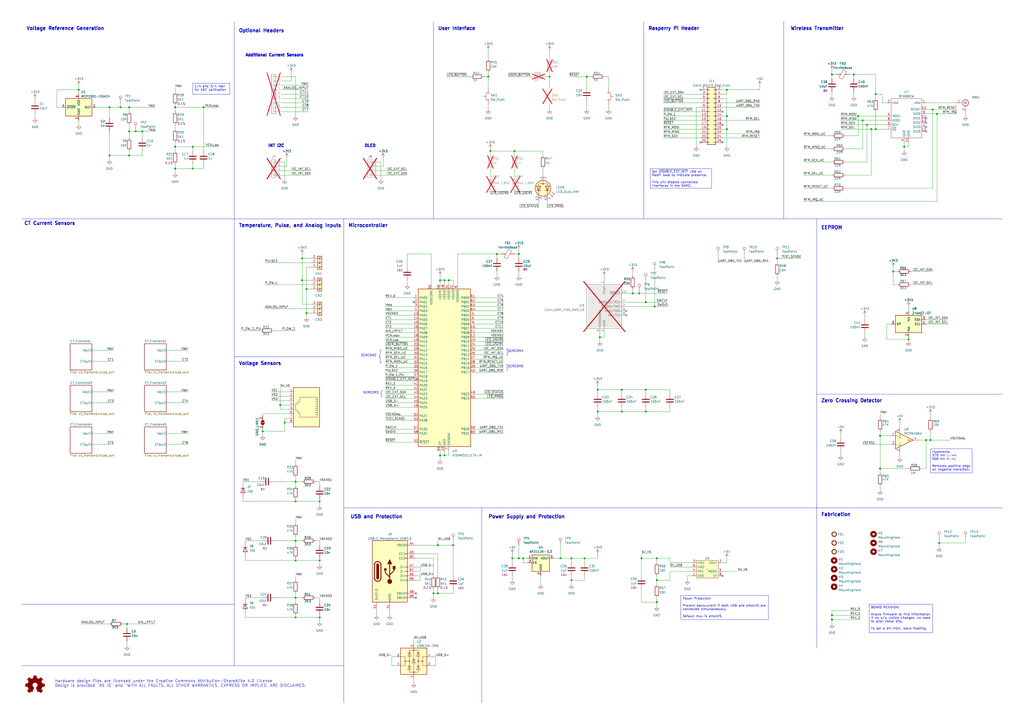
<source format=kicad_sch>
(kicad_sch (version 20230121) (generator eeschema)
  (paper "A2")
  (title_block (title "emonPi3") (date "2024-03-21") (rev "v0.2") (company "OpenEnergyMonitor / Tilt Ltd (Angus Logan)") (comment 1 "Original design: Trystan Lea & Glynn Hudson") (comment 2 "Commit hash: gitrev"))
  (junction (at 283.21 44.45))
  (junction (at 374.65 238.76))
  (junction (at 262.89 316.23))
  (junction (at 339.09 323.85))
  (junction (at 171.45 279.4))
  (junction (at 74.93 62.23))
  (junction (at 544.83 314.96))
  (junction (at 421.64 74.93))
  (junction (at 177.8 181.61))
  (junction (at 255.27 162.56))
  (junction (at 508 74.93))
  (junction (at 421.64 67.31))
  (junction (at 500.38 69.85))
  (junction (at 45.72 52.07))
  (junction (at 510.54 252.73))
  (junction (at 340.36 44.45))
  (junction (at 303.53 323.85))
  (junction (at 288.29 147.32))
  (junction (at 379.73 177.8))
  (junction (at 347.98 195.58))
  (junction (at 284.48 87.63))
  (junction (at 101.6 62.23))
  (junction (at 300.99 147.32))
  (junction (at 175.26 149.86))
  (junction (at 101.6 97.79))
  (junction (at 185.42 290.83))
  (junction (at 257.81 264.16))
  (junction (at 171.45 358.14))
  (junction (at 346.71 226.06))
  (junction (at 171.45 325.12))
  (junction (at 505.46 74.93))
  (junction (at 175.26 162.56))
  (junction (at 421.64 52.07))
  (junction (at 541.02 63.5))
  (junction (at 482.6 43.18))
  (junction (at 82.55 76.2))
  (junction (at 318.77 44.45))
  (junction (at 497.84 67.31))
  (junction (at 162.56 234.95))
  (junction (at 495.3 43.18))
  (junction (at 63.5 62.23))
  (junction (at 260.35 162.56))
  (junction (at 165.1 245.11))
  (junction (at 482.6 356.87))
  (junction (at 381 336.55))
  (junction (at 255.27 264.16))
  (junction (at 527.05 196.85))
  (junction (at 111.76 85.09))
  (junction (at 254 344.17))
  (junction (at 372.11 323.85))
  (junction (at 73.66 361.95))
  (junction (at 374.65 175.26))
  (junction (at 171.45 313.69))
  (junction (at 177.8 167.64))
  (junction (at 257.81 162.56))
  (junction (at 360.68 226.06))
  (junction (at 325.12 323.85))
  (junction (at 524.51 85.09))
  (junction (at 300.99 323.85))
  (junction (at 482.6 359.41))
  (junction (at 331.47 336.55))
  (junction (at 101.6 85.09))
  (junction (at 346.71 238.76))
  (junction (at 171.45 346.71))
  (junction (at 518.16 157.48))
  (junction (at 367.03 170.18))
  (junction (at 374.65 226.06))
  (junction (at 254 316.23))
  (junction (at 111.76 97.79))
  (junction (at 331.47 323.85))
  (junction (at 537.21 255.27))
  (junction (at 381 349.25))
  (junction (at 298.45 87.63))
  (junction (at 74.93 76.2))
  (junction (at 508 54.61))
  (junction (at 251.46 344.17))
  (junction (at 185.42 325.12))
  (junction (at 74.93 90.17))
  (junction (at 543.56 66.04))
  (junction (at 381 323.85))
  (junction (at 360.68 238.76))
  (junction (at 370.84 170.18))
  (junction (at 297.18 323.85))
  (junction (at 152.4 250.19))
  (junction (at 510.54 271.78))
  (junction (at 78.74 76.2))
  (junction (at 69.85 62.23))
  (junction (at 502.92 72.39))
  (junction (at 118.11 62.23))
  (junction (at 450.85 149.86))
  (junction (at 171.45 290.83))
  (junction (at 185.42 358.14))
  (junction (at 539.75 255.27))
  (junction (at 63.5 90.17))
  (no_connect (at 419.1 334.01))
  (no_connect (at 406.4 52.07))
  (no_connect (at 537.21 71.12))
  (no_connect (at 363.22 182.88))
  (no_connect (at 537.21 68.58))
  (no_connect (at 419.1 82.55))
  (no_connect (at 240.03 175.26))
  (no_connect (at 537.21 76.2))
  (no_connect (at 241.3 344.17))
  (no_connect (at 537.21 73.66))
  (no_connect (at 419.1 64.77))
  (no_connect (at 406.4 82.55))
  (no_connect (at 419.1 72.39))
  (no_connect (at 363.22 180.34))
  (no_connect (at 241.3 346.71))
  (wire (pts (xy 142.24 358.14) (xy 171.45 358.14)))
  (wire (pts (xy 171.45 279.4) (xy 171.45 280.67)) (stroke (width 0.1524)))
  (wire (pts (xy 74.93 76.2) (xy 74.93 73.66)) (stroke (width 0.1524)))
  (wire (pts (xy 537.21 59.69) (xy 542.29 59.69)))
  (wire (pts (xy 182.88 279.4) (xy 184.15 279.4)))
  (wire (pts (xy 223.52 228.6) (xy 240.03 228.6)))
  (wire (pts (xy 363.22 170.18) (xy 367.03 170.18)))
  (wire (pts (xy 508 54.61) (xy 508 43.18)))
  (wire (pts (xy 360.68 226.06) (xy 374.65 226.06)))
  (wire (pts (xy 275.59 203.2) (xy 292.1 203.2)))
  (wire (pts (xy 223.52 215.9) (xy 240.03 215.9)))
  (wire (pts (xy 490.22 93.98) (xy 502.92 93.98)))
  (wire (pts (xy 350.52 193.04) (xy 350.52 195.58)))
  (wire (pts (xy 101.6 50.8) (xy 101.6 53.34)))
  (wire (pts (xy 346.71 238.76) (xy 346.71 241.3)))
  (wire (pts (xy 262.89 313.69) (xy 262.89 316.23)))
  (wire (pts (xy 223.52 203.2) (xy 240.03 203.2)))
  (wire (pts (xy 171.45 346.71) (xy 170.18 346.71)) (stroke (width 0.1524)))
  (wire (pts (xy 275.59 190.5) (xy 292.1 190.5)))
  (wire (pts (xy 325.12 316.23) (xy 325.12 323.85)))
  (wire (pts (xy 111.76 95.25) (xy 111.76 97.79)))
  (wire (pts (xy 543.56 116.84) (xy 543.56 66.04)))
  (wire (pts (xy 184.15 279.4) (xy 185.42 279.4)) (stroke (width 0.1524)))
  (wire (pts (xy 163.83 96.52) (xy 166.37 96.52)) (stroke (width 0.1524)))
  (wire (pts (xy 223.52 231.14) (xy 240.03 231.14)))
  (wire (pts (xy 243.84 334.01) (xy 243.84 336.55)))
  (wire (pts (xy 318.77 33.02) (xy 318.77 34.29)))
  (wire (pts (xy 346.71 223.52) (xy 346.71 226.06)))
  (wire (pts (xy 510.54 271.78) (xy 527.05 271.78)))
  (wire (pts (xy 171.45 344.17) (xy 171.45 346.71)) (stroke (width 0.1524)))
  (wire (pts (xy 165.1 237.49) (xy 167.64 237.49)))
  (wire (pts (xy 171.45 346.71) (xy 175.26 346.71)) (stroke (width 0.1524)))
  (wire (pts (xy 223.52 241.3) (xy 240.03 241.3)))
  (wire (pts (xy 510.54 252.73) (xy 510.54 271.78)))
  (wire (pts (xy 20.32 68.58) (xy 20.32 67.31)) (stroke (width 0.1524)))
  (wire (pts (xy 163.83 52.07) (xy 179.07 52.07)) (stroke (width 0.1524)))
  (wire (pts (xy 516.89 252.73) (xy 510.54 252.73)))
  (wire (pts (xy 482.6 43.18) (xy 485.14 43.18)))
  (wire (pts (xy 284.48 109.22) (xy 284.48 113.03)) (stroke (width 0.1524)))
  (wire (pts (xy 223.52 251.46) (xy 240.03 251.46)))
  (wire (pts (xy 284.48 87.63) (xy 284.48 86.36)) (stroke (width 0.1524)))
  (wire (pts (xy 490.22 101.6) (xy 505.46 101.6)))
  (wire (pts (xy 275.59 172.72) (xy 292.1 172.72)))
  (wire (pts (xy 384.81 64.77) (xy 406.4 64.77)) (stroke (width 0.1524)))
  (wire (pts (xy 220.98 93.98) (xy 220.98 104.14)))
  (wire (pts (xy 275.59 177.8) (xy 292.1 177.8)))
  (wire (pts (xy 223.52 208.28) (xy 240.03 208.28)))
  (polyline (pts (xy 12.7 350.52) (xy 135.89 350.52)) (stroke (width 0.1524) (type solid)))
  (wire (pts (xy 317.5 116.84) (xy 317.5 120.65)))
  (wire (pts (xy 168.91 41.91) (xy 168.91 46.99)))
  (wire (pts (xy 163.83 54.61) (xy 179.07 54.61)) (stroke (width 0.1524)))
  (wire (pts (xy 260.35 162.56) (xy 260.35 165.1)))
  (wire (pts (xy 323.85 323.85) (xy 325.12 323.85)) (stroke (width 0.1524)))
  (wire (pts (xy 482.6 43.18) (xy 482.6 45.72)))
  (wire (pts (xy 518.16 165.1) (xy 518.16 157.48)))
  (wire (pts (xy 492.76 43.18) (xy 495.3 43.18)))
  (wire (pts (xy 160.02 191.77) (xy 171.45 191.77)) (stroke (width 0.1524)))
  (wire (pts (xy 346.71 238.76) (xy 360.68 238.76)))
  (wire (pts (xy 541.02 63.5) (xy 541.02 109.22)))
  (wire (pts (xy 340.36 44.45) (xy 340.36 50.8)))
  (wire (pts (xy 46.99 361.95) (xy 63.5 361.95)))
  (wire (pts (xy 229.87 381) (xy 227.33 381)))
  (wire (pts (xy 508 74.93) (xy 514.35 74.93)))
  (wire (pts (xy 552.45 59.69) (xy 554.99 59.69)))
  (polyline (pts (xy 135.89 127) (xy 135.89 386.08)) (stroke (width 0.1524) (type solid)))
  (wire (pts (xy 440.69 49.53) (xy 440.69 52.07)))
  (polyline (pts (xy 135.89 386.08) (xy 199.39 386.08)) (stroke (width 0.1524) (type solid)))
  (wire (pts (xy 171.45 356.87) (xy 171.45 358.14)))
  (wire (pts (xy 514.35 196.85) (xy 514.35 187.96)))
  (wire (pts (xy 360.68 236.22) (xy 360.68 238.76)))
  (wire (pts (xy 374.65 226.06) (xy 374.65 228.6)))
  (polyline (pts (xy 251.46 12.7) (xy 251.46 127)) (stroke (width 0.1524) (type solid)))
  (wire (pts (xy 497.84 67.31) (xy 487.68 67.31)) (stroke (width 0.1524)))
  (wire (pts (xy 560.07 312.42) (xy 560.07 314.96)))
  (wire (pts (xy 185.42 316.23) (xy 185.42 313.69)))
  (wire (pts (xy 421.64 52.07) (xy 430.53 52.07)) (stroke (width 0.1524)))
  (wire (pts (xy 227.33 386.08) (xy 229.87 386.08)))
  (wire (pts (xy 101.6 97.79) (xy 101.6 100.33)))
  (wire (pts (xy 539.75 255.27) (xy 551.18 255.27)))
  (wire (pts (xy 297.18 334.01) (xy 297.18 336.55)))
  (wire (pts (xy 495.3 43.18) (xy 508 43.18)))
  (wire (pts (xy 175.26 149.86) (xy 180.34 149.86)))
  (wire (pts (xy 171.45 279.4) (xy 175.26 279.4)) (stroke (width 0.1524)))
  (wire (pts (xy 346.71 321.31) (xy 346.71 323.85)) (stroke (width 0.1524)))
  (wire (pts (xy 254 344.17) (xy 262.89 344.17)))
  (wire (pts (xy 223.52 223.52) (xy 240.03 223.52)))
  (wire (pts (xy 339.09 323.85) (xy 346.71 323.85)) (stroke (width 0.1524)))
  (wire (pts (xy 421.64 52.07) (xy 421.64 54.61)))
  (wire (pts (xy 419.1 74.93) (xy 421.64 74.93)))
  (wire (pts (xy 527.05 177.8) (xy 527.05 180.34)))
  (wire (pts (xy 350.52 160.02) (xy 350.52 162.56)))
  (wire (pts (xy 162.56 224.79) (xy 162.56 234.95)))
  (wire (pts (xy 152.4 240.03) (xy 152.4 241.3)))
  (wire (pts (xy 163.83 64.77) (xy 179.07 64.77)) (stroke (width 0.1524)))
  (wire (pts (xy 487.68 251.46) (xy 487.68 254)))
  (wire (pts (xy 353.06 60.96) (xy 353.06 63.5)))
  (wire (pts (xy 101.6 97.79) (xy 111.76 97.79)))
  (wire (pts (xy 223.52 193.04) (xy 240.03 193.04)))
  (wire (pts (xy 96.52 203.2) (xy 109.22 203.2)))
  (wire (pts (xy 158.75 191.77) (xy 160.02 191.77)))
  (wire (pts (xy 165.1 240.03) (xy 152.4 240.03)) (stroke (width 0.1524)))
  (wire (pts (xy 482.6 116.84) (xy 543.56 116.84)))
  (wire (pts (xy 171.45 302.26) (xy 171.45 303.53)))
  (wire (pts (xy 384.81 74.93) (xy 406.4 74.93)) (stroke (width 0.1524)))
  (wire (pts (xy 171.45 300.99) (xy 171.45 302.26)) (stroke (width 0.1524)))
  (wire (pts (xy 450.85 160.02) (xy 450.85 162.56)))
  (wire (pts (xy 74.93 62.23) (xy 69.85 62.23)))
  (wire (pts (xy 45.72 49.53) (xy 45.72 52.07)))
  (wire (pts (xy 96.52 233.68) (xy 109.22 233.68)))
  (wire (pts (xy 339.09 326.39) (xy 339.09 323.85)))
  (wire (pts (xy 360.68 238.76) (xy 374.65 238.76)))
  (wire (pts (xy 384.81 80.01) (xy 406.4 80.01)) (stroke (width 0.1524)))
  (wire (pts (xy 223.52 200.66) (xy 240.03 200.66)))
  (wire (pts (xy 96.52 251.46) (xy 109.22 251.46)))
  (wire (pts (xy 118.11 95.25) (xy 118.11 97.79)))
  (wire (pts (xy 450.85 149.86) (xy 450.85 152.4)))
  (wire (pts (xy 255.27 162.56) (xy 257.81 162.56)))
  (wire (pts (xy 254 344.17) (xy 251.46 344.17)))
  (wire (pts (xy 185.42 281.94) (xy 185.42 279.4)))
  (wire (pts (xy 71.12 361.95) (xy 73.66 361.95)))
  (wire (pts (xy 541.02 63.5) (xy 554.99 63.5)))
  (wire (pts (xy 74.93 78.74) (xy 74.93 76.2)) (stroke (width 0.1524)))
  (wire (pts (xy 298.45 147.32) (xy 300.99 147.32)))
  (wire (pts (xy 223.52 210.82) (xy 240.03 210.82)))
  (wire (pts (xy 487.68 69.85) (xy 500.38 69.85)) (stroke (width 0.1524)))
  (wire (pts (xy 482.6 354.33) (xy 482.6 356.87)))
  (wire (pts (xy 537.21 66.04) (xy 543.56 66.04)))
  (wire (pts (xy 140.97 288.29) (xy 140.97 290.83)))
  (wire (pts (xy 240.03 370.84) (xy 240.03 373.38)))
  (wire (pts (xy 223.52 220.98) (xy 240.03 220.98)))
  (wire (pts (xy 20.32 66.04) (xy 20.32 67.31)))
  (wire (pts (xy 223.52 180.34) (xy 240.03 180.34)))
  (wire (pts (xy 490.22 109.22) (xy 541.02 109.22)))
  (wire (pts (xy 152.4 248.92) (xy 152.4 250.19)))
  (wire (pts (xy 45.72 52.07) (xy 45.72 54.61)))
  (wire (pts (xy 487.68 261.62) (xy 487.68 264.16)))
  (wire (pts (xy 298.45 88.9) (xy 298.45 87.63)) (stroke (width 0.1524)))
  (wire (pts (xy 165.1 232.41) (xy 167.64 232.41)))
  (wire (pts (xy 153.67 165.1) (xy 180.34 165.1)) (stroke (width 0.1524)))
  (wire (pts (xy 388.62 228.6) (xy 388.62 226.06)))
  (wire (pts (xy 177.8 167.64) (xy 177.8 181.61)))
  (wire (pts (xy 171.45 44.45) (xy 171.45 67.31)))
  (wire (pts (xy 251.46 344.17) (xy 251.46 346.71)))
  (wire (pts (xy 501.65 182.88) (xy 501.65 185.42)))
  (wire (pts (xy 275.59 175.26) (xy 292.1 175.26)))
  (wire (pts (xy 318.77 33.02) (xy 318.77 29.21)) (stroke (width 0.1524)))
  (wire (pts (xy 223.52 248.92) (xy 240.03 248.92)))
  (wire (pts (xy 185.42 349.25) (xy 185.42 346.71)))
  (wire (pts (xy 316.23 44.45) (xy 318.77 44.45)))
  (wire (pts (xy 171.45 290.83) (xy 185.42 290.83)) (stroke (width 0.1524)))
  (wire (pts (xy 275.59 185.42) (xy 292.1 185.42)))
  (wire (pts (xy 223.52 218.44) (xy 240.03 218.44)))
  (wire (pts (xy 163.83 57.15) (xy 179.07 57.15)) (stroke (width 0.1524)))
  (wire (pts (xy 254 321.31) (xy 254 334.01)))
  (wire (pts (xy 374.65 238.76) (xy 388.62 238.76)))
  (wire (pts (xy 35.56 62.23) (xy 33.02 62.23)))
  (wire (pts (xy 250.19 147.32) (xy 250.19 165.1)))
  (wire (pts (xy 482.6 354.33) (xy 499.11 354.33)))
  (wire (pts (xy 339.09 336.55) (xy 339.09 334.01)) (stroke (width 0.1524)))
  (wire (pts (xy 226.06 354.33) (xy 226.06 356.87)))
  (wire (pts (xy 165.1 242.57) (xy 165.1 245.11)) (stroke (width 0.1524)))
  (wire (pts (xy 313.69 334.01) (xy 313.69 339.09)))
  (wire (pts (xy 153.67 152.4) (xy 180.34 152.4)) (stroke (width 0.1524)))
  (wire (pts (xy 152.4 250.19) (xy 152.4 252.73)) (stroke (width 0.1524)))
  (wire (pts (xy 537.21 255.27) (xy 537.21 271.78)))
  (wire (pts (xy 255.27 165.1) (xy 255.27 162.56)))
  (wire (pts (xy 284.48 87.63) (xy 298.45 87.63)))
  (wire (pts (xy 288.29 157.48) (xy 288.29 160.02)))
  (wire (pts (xy 53.34 227.33) (xy 66.04 227.33)))
  (wire (pts (xy 300.99 316.23) (xy 300.99 323.85)))
  (wire (pts (xy 275.59 182.88) (xy 292.1 182.88)))
  (polyline (pts (xy 199.39 127) (xy 199.39 294.64)) (stroke (width 0.1524) (type solid)))
  (wire (pts (xy 482.6 93.98) (xy 466.09 93.98)) (stroke (width 0.1524)))
  (wire (pts (xy 388.62 236.22) (xy 388.62 238.76)))
  (wire (pts (xy 219.71 93.98) (xy 220.98 93.98)))
  (wire (pts (xy 372.11 323.85) (xy 381 323.85)))
  (wire (pts (xy 96.52 257.81) (xy 109.22 257.81)))
  (wire (pts (xy 374.65 162.56) (xy 374.65 175.26)))
  (wire (pts (xy 163.83 99.06) (xy 180.34 99.06)) (stroke (width 0.1524)))
  (wire (pts (xy 374.65 236.22) (xy 374.65 238.76)))
  (wire (pts (xy 177.8 154.94) (xy 177.8 167.64)))
  (wire (pts (xy 160.02 313.69) (xy 170.18 313.69)))
  (wire (pts (xy 516.89 257.81) (xy 500.38 257.81)))
  (wire (pts (xy 223.52 198.12) (xy 240.03 198.12)))
  (wire (pts (xy 419.1 69.85) (xy 440.69 69.85)) (stroke (width 0.1524)))
  (wire (pts (xy 510.54 281.94) (xy 510.54 284.48)))
  (wire (pts (xy 275.59 208.28) (xy 292.1 208.28)))
  (wire (pts (xy 331.47 326.39) (xy 331.47 323.85)))
  (wire (pts (xy 514.35 59.69) (xy 511.81 59.69)))
  (wire (pts (xy 294.64 44.45) (xy 308.61 44.45)))
  (wire (pts (xy 96.52 227.33) (xy 109.22 227.33)))
  (wire (pts (xy 53.34 209.55) (xy 66.04 209.55)))
  (wire (pts (xy 419.1 331.47) (xy 427.99 331.47)))
  (wire (pts (xy 300.99 323.85) (xy 303.53 323.85)) (stroke (width 0.1524)))
  (polyline (pts (xy 199.39 127) (xy 581.66 127)) (stroke (width 0.1524) (type solid)))
  (wire (pts (xy 275.59 187.96) (xy 292.1 187.96)))
  (wire (pts (xy 508 57.15) (xy 508 54.61)))
  (wire (pts (xy 532.13 255.27) (xy 537.21 255.27)))
  (wire (pts (xy 314.96 97.79) (xy 314.96 101.6)))
  (wire (pts (xy 73.66 361.95) (xy 73.66 364.49)))
  (wire (pts (xy 363.22 175.26) (xy 374.65 175.26)))
  (wire (pts (xy 367.03 170.18) (xy 370.84 170.18)))
  (wire (pts (xy 171.45 311.15) (xy 171.45 313.69)) (stroke (width 0.1524)))
  (wire (pts (xy 73.66 372.11) (xy 73.66 374.65)))
  (wire (pts (xy 346.71 226.06) (xy 346.71 228.6)))
  (wire (pts (xy 275.59 180.34) (xy 292.1 180.34)))
  (wire (pts (xy 298.45 113.03) (xy 298.45 109.22)) (stroke (width 0.1524)))
  (wire (pts (xy 265.43 165.1) (xy 265.43 147.32)))
  (wire (pts (xy 537.21 255.27) (xy 539.75 255.27)))
  (wire (pts (xy 537.21 187.96) (xy 549.91 187.96)))
  (wire (pts (xy 544.83 312.42) (xy 544.83 314.96)))
  (wire (pts (xy 259.08 44.45) (xy 273.05 44.45)))
  (wire (pts (xy 171.45 289.56) (xy 171.45 290.83)))
  (wire (pts (xy 482.6 356.87) (xy 499.11 356.87)))
  (wire (pts (xy 180.34 176.53) (xy 175.26 176.53)))
  (wire (pts (xy 262.89 316.23) (xy 254 316.23)))
  (wire (pts (xy 370.84 170.18) (xy 387.35 170.18)))
  (wire (pts (xy 381 349.25) (xy 381 351.79)))
  (wire (pts (xy 252.73 381) (xy 252.73 386.08)))
  (wire (pts (xy 82.55 90.17) (xy 74.93 90.17)))
  (wire (pts (xy 171.45 323.85) (xy 171.45 325.12)))
  (wire (pts (xy 346.71 226.06) (xy 360.68 226.06)))
  (wire (pts (xy 33.02 52.07) (xy 45.72 52.07)))
  (wire (pts (xy 528.32 165.1) (xy 541.02 165.1)))
  (wire (pts (xy 118.11 62.23) (xy 118.11 87.63)))
  (wire (pts (xy 384.81 72.39) (xy 406.4 72.39)))
  (wire (pts (xy 118.11 62.23) (xy 127 62.23)))
  (wire (pts (xy 142.24 346.71) (xy 152.4 346.71)))
  (wire (pts (xy 55.88 62.23) (xy 63.5 62.23)))
  (wire (pts (xy 372.11 321.31) (xy 372.11 323.85)))
  (wire (pts (xy 158.75 279.4) (xy 168.91 279.4)))
  (polyline (pts (xy 279.4 294.64) (xy 279.4 407.67)) (stroke (width 0.1524) (type solid)))
  (wire (pts (xy 421.64 57.15) (xy 421.64 67.31)) (stroke (width 0.1524)))
  (wire (pts (xy 63.5 90.17) (xy 63.5 92.71)))
  (wire (pts (xy 384.81 59.69) (xy 406.4 59.69)) (stroke (width 0.1524)))
  (wire (pts (xy 374.65 226.06) (xy 388.62 226.06)))
  (wire (pts (xy 74.93 78.74) (xy 74.93 80.01)))
  (wire (pts (xy 45.72 69.85) (xy 45.72 72.39)))
  (wire (pts (xy 171.45 267.97) (xy 171.45 266.7)) (stroke (width 0.1524)))
  (wire (pts (xy 185.42 356.87) (xy 185.42 358.14)))
  (wire (pts (xy 534.67 271.78) (xy 537.21 271.78)))
  (wire (pts (xy 165.1 232.41) (xy 157.48 232.41)) (stroke (width 0.1524)))
  (wire (pts (xy 165.1 250.19) (xy 152.4 250.19)) (stroke (width 0.1524)))
  (polyline (pts (xy 473.71 127) (xy 473.71 294.64)) (stroke (width 0.1524) (type solid)))
  (wire (pts (xy 53.34 233.68) (xy 66.04 233.68)))
  (wire (pts (xy 482.6 78.74) (xy 466.09 78.74)) (stroke (width 0.1524)))
  (wire (pts (xy 254 313.69) (xy 254 316.23)))
  (wire (pts (xy 501.65 193.04) (xy 501.65 195.58)))
  (wire (pts (xy 502.92 72.39) (xy 487.68 72.39)) (stroke (width 0.1524)))
  (wire (pts (xy 241.3 328.93) (xy 243.84 328.93)))
  (wire (pts (xy 421.64 326.39) (xy 421.64 323.85)))
  (wire (pts (xy 53.34 257.81) (xy 66.04 257.81)))
  (wire (pts (xy 379.73 177.8) (xy 387.35 177.8)))
  (wire (pts (xy 318.77 44.45) (xy 318.77 50.8)))
  (wire (pts (xy 219.71 96.52) (xy 222.25 96.52)) (stroke (width 0.1524)))
  (wire (pts (xy 165.1 229.87) (xy 167.64 229.87)))
  (wire (pts (xy 142.24 313.69) (xy 152.4 313.69)) (stroke (width 0.1524)))
  (wire (pts (xy 450.85 147.32) (xy 450.85 149.86)))
  (wire (pts (xy 163.83 93.98) (xy 165.1 93.98)))
  (wire (pts (xy 537.21 185.42) (xy 549.91 185.42)))
  (wire (pts (xy 419.1 67.31) (xy 421.64 67.31)))
  (wire (pts (xy 63.5 68.58) (xy 63.5 62.23)))
  (wire (pts (xy 539.75 255.27) (xy 539.75 250.19)))
  (wire (pts (xy 275.59 193.04) (xy 292.1 193.04)))
  (wire (pts (xy 419.1 54.61) (xy 421.64 54.61)) (stroke (width 0.1524)))
  (wire (pts (xy 528.32 157.48) (xy 541.02 157.48)))
  (polyline (pts (xy 12.7 386.08) (xy 135.89 386.08)) (stroke (width 0.1524) (type solid)))
  (wire (pts (xy 241.3 316.23) (xy 254 316.23)))
  (wire (pts (xy 482.6 356.87) (xy 482.6 359.41)))
  (wire (pts (xy 416.56 147.32) (xy 416.56 152.4)))
  (wire (pts (xy 78.74 74.93) (xy 78.74 76.2)))
  (wire (pts (xy 363.22 177.8) (xy 379.73 177.8)))
  (wire (pts (xy 283.21 60.96) (xy 283.21 63.5)))
  (wire (pts (xy 185.42 358.14) (xy 185.42 360.68)) (stroke (width 0.1524)))
  (wire (pts (xy 339.09 336.55) (xy 331.47 336.55)) (stroke (width 0.1524)))
  (wire (pts (xy 275.59 248.92) (xy 292.1 248.92)))
  (wire (pts (xy 297.18 323.85) (xy 300.99 323.85)) (stroke (width 0.1524)))
  (wire (pts (xy 318.77 60.96) (xy 318.77 63.5)))
  (wire (pts (xy 347.98 195.58) (xy 347.98 198.12)))
  (wire (pts (xy 223.52 195.58) (xy 240.03 195.58)))
  (wire (pts (xy 331.47 334.01) (xy 331.47 336.55)) (stroke (width 0.1524)))
  (wire (pts (xy 185.42 323.85) (xy 185.42 325.12)))
  (wire (pts (xy 300.99 144.78) (xy 300.99 147.32)))
  (wire (pts (xy 372.11 349.25) (xy 381 349.25)))
  (wire (pts (xy 419.1 326.39) (xy 421.64 326.39)))
  (wire (pts (xy 165.1 234.95) (xy 167.64 234.95)))
  (wire (pts (xy 288.29 147.32) (xy 290.83 147.32)))
  (wire (pts (xy 403.86 62.23) (xy 406.4 62.23)) (stroke (width 0.1524)))
  (wire (pts (xy 74.93 76.2) (xy 78.74 76.2)) (stroke (width 0.1524)))
  (wire (pts (xy 243.84 328.93) (xy 243.84 331.47)))
  (wire (pts (xy 262.89 341.63) (xy 262.89 344.17)))
  (wire (pts (xy 539.75 240.03) (xy 539.75 242.57)))
  (wire (pts (xy 284.48 88.9) (xy 284.48 90.17)))
  (wire (pts (xy 297.18 321.31) (xy 297.18 323.85)))
  (wire (pts (xy 222.25 91.44) (xy 222.25 96.52)))
  (wire (pts (xy 223.52 187.96) (xy 240.03 187.96)))
  (wire (pts (xy 223.52 213.36) (xy 240.03 213.36)))
  (wire (pts (xy 421.64 74.93) (xy 421.64 85.09)))
  (wire (pts (xy 74.93 62.23) (xy 74.93 64.77)))
  (wire (pts (xy 372.11 334.01) (xy 372.11 323.85)))
  (wire (pts (xy 388.62 328.93) (xy 401.32 328.93)))
  (wire (pts (xy 262.89 334.01) (xy 262.89 316.23)))
  (wire (pts (xy 171.45 325.12) (xy 185.42 325.12)) (stroke (width 0.1524)))
  (wire (pts (xy 275.59 215.9) (xy 292.1 215.9)))
  (wire (pts (xy 153.67 179.07) (xy 180.34 179.07)) (stroke (width 0.1524)))
  (wire (pts (xy 74.93 72.39) (xy 74.93 73.66)))
  (wire (pts (xy 82.55 76.2) (xy 90.17 76.2)) (stroke (width 0.1524)))
  (wire (pts (xy 306.07 326.39) (xy 303.53 326.39)))
  (wire (pts (xy 140.97 290.83) (xy 171.45 290.83)))
  (wire (pts (xy 166.37 91.44) (xy 166.37 96.52)))
  (wire (pts (xy 490.22 78.74) (xy 497.84 78.74)))
  (wire (pts (xy 69.85 59.69) (xy 69.85 62.23)))
  (wire (pts (xy 171.45 334.01) (xy 171.45 336.55)) (stroke (width 0.1524)))
  (wire (pts (xy 504.19 67.31) (xy 514.35 67.31)))
  (wire (pts (xy 250.19 386.08) (xy 252.73 386.08)))
  (wire (pts (xy 300.99 147.32) (xy 300.99 149.86)))
  (wire (pts (xy 223.52 243.84) (xy 240.03 243.84)))
  (wire (pts (xy 510.54 240.03) (xy 510.54 242.57)))
  (wire (pts (xy 520.7 157.48) (xy 518.16 157.48)))
  (wire (pts (xy 372.11 341.63) (xy 372.11 349.25)))
  (wire (pts (xy 241.3 321.31) (xy 254 321.31)))
  (wire (pts (xy 275.59 210.82) (xy 292.1 210.82)))
  (wire (pts (xy 505.46 74.93) (xy 508 74.93)) (stroke (width 0.1524)))
  (wire (pts (xy 318.77 41.91) (xy 318.77 44.45)))
  (wire (pts (xy 330.2 44.45) (xy 340.36 44.45)))
  (wire (pts (xy 185.42 325.12) (xy 185.42 327.66)))
  (wire (pts (xy 284.48 97.79) (xy 284.48 101.6)) (stroke (width 0.1524)))
  (wire (pts (xy 374.65 175.26) (xy 387.35 175.26)))
  (wire (pts (xy 388.62 326.39) (xy 388.62 323.85)))
  (wire (pts (xy 388.62 331.47) (xy 388.62 336.55)))
  (wire (pts (xy 384.81 69.85) (xy 406.4 69.85)) (stroke (width 0.1524)))
  (wire (pts (xy 321.31 323.85) (xy 323.85 323.85)))
  (wire (pts (xy 419.1 62.23) (xy 440.69 62.23)) (stroke (width 0.1524)))
  (wire (pts (xy 518.16 154.94) (xy 518.16 157.48)))
  (wire (pts (xy 298.45 97.79) (xy 298.45 101.6)) (stroke (width 0.1524)))
  (wire (pts (xy 257.81 261.62) (xy 257.81 264.16)))
  (wire (pts (xy 482.6 359.41) (xy 482.6 361.95)))
  (wire (pts (xy 255.27 261.62) (xy 255.27 264.16)))
  (wire (pts (xy 482.6 40.64) (xy 482.6 43.18)))
  (wire (pts (xy 82.55 76.2) (xy 82.55 80.01)))
  (wire (pts (xy 219.71 101.6) (xy 236.22 101.6)) (stroke (width 0.1524)))
  (wire (pts (xy 560.07 64.77) (xy 560.07 67.31)))
  (wire (pts (xy 421.64 67.31) (xy 421.64 74.93)))
  (wire (pts (xy 219.71 99.06) (xy 236.22 99.06)) (stroke (width 0.1524)))
  (wire (pts (xy 165.1 240.03) (xy 167.64 240.03)))
  (wire (pts (xy 419.1 59.69) (xy 440.69 59.69)) (stroke (width 0.1524)))
  (wire (pts (xy 241.3 331.47) (xy 243.84 331.47)))
  (wire (pts (xy 182.88 346.71) (xy 185.42 346.71)) (stroke (width 0.1524)))
  (wire (pts (xy 500.38 86.36) (xy 500.38 69.85)))
  (wire (pts (xy 527.05 195.58) (xy 527.05 196.85)))
  (wire (pts (xy 170.18 313.69) (xy 171.45 313.69)) (stroke (width 0.1524)))
  (wire (pts (xy 175.26 147.32) (xy 175.26 149.86)))
  (wire (pts (xy 223.52 190.5) (xy 240.03 190.5)))
  (wire (pts (xy 163.83 46.99) (xy 168.91 46.99)) (stroke (width 0.1524)))
  (wire (pts (xy 280.67 44.45) (xy 283.21 44.45)))
  (wire (pts (xy 340.36 44.45) (xy 342.9 44.45)))
  (wire (pts (xy 142.24 325.12) (xy 171.45 325.12)))
  (wire (pts (xy 63.5 90.17) (xy 74.93 90.17)))
  (wire (pts (xy 560.07 314.96) (xy 544.83 314.96)))
  (wire (pts (xy 275.59 195.58) (xy 292.1 195.58)))
  (wire (pts (xy 275.59 198.12) (xy 292.1 198.12)))
  (polyline (pts (xy 473.71 294.64) (xy 473.71 375.92)) (stroke (width 0.1524) (type solid)))
  (wire (pts (xy 353.06 44.45) (xy 353.06 50.8)))
  (wire (pts (xy 223.52 256.54) (xy 240.03 256.54)))
  (wire (pts (xy 101.6 85.09) (xy 101.6 87.63)))
  (wire (pts (xy 254 341.63) (xy 254 344.17)))
  (wire (pts (xy 275.59 251.46) (xy 292.1 251.46)))
  (polyline (pts (xy 199.39 294.64) (xy 199.39 407.67)) (stroke (width 0.1524) (type solid)))
  (wire (pts (xy 177.8 181.61) (xy 180.34 181.61)))
  (polyline (pts (xy 454.66 12.7) (xy 454.66 127)) (stroke (width 0.1524) (type solid)))
  (wire (pts (xy 403.86 62.23) (xy 403.86 85.09)) (stroke (width 0.1524)))
  (wire (pts (xy 430.53 52.07) (xy 440.69 52.07)))
  (wire (pts (xy 171.45 280.67) (xy 171.45 281.94)))
  (wire (pts (xy 384.81 57.15) (xy 406.4 57.15)) (stroke (width 0.1524)))
  (wire (pts (xy 240.03 393.7) (xy 240.03 396.24)))
  (wire (pts (xy 260.35 162.56) (xy 262.89 162.56)))
  (wire (pts (xy 101.6 60.96) (xy 101.6 62.23)))
  (wire (pts (xy 275.59 231.14) (xy 292.1 231.14)))
  (wire (pts (xy 142.24 313.69) (xy 142.24 314.96)))
  (wire (pts (xy 298.45 88.9) (xy 298.45 90.17)))
  (wire (pts (xy 74.93 87.63) (xy 74.93 90.17)))
  (wire (pts (xy 171.45 267.97) (xy 171.45 269.24)))
  (wire (pts (xy 101.6 62.23) (xy 118.11 62.23)))
  (wire (pts (xy 388.62 323.85) (xy 381 323.85)))
  (wire (pts (xy 482.6 116.84) (xy 466.09 116.84)) (stroke (width 0.1524)))
  (wire (pts (xy 500.38 69.85) (xy 514.35 69.85)))
  (wire (pts (xy 542.29 59.69) (xy 552.45 59.69)) (stroke (width 0.1524)))
  (wire (pts (xy 510.54 271.78) (xy 510.54 274.32)))
  (wire (pts (xy 223.52 177.8) (xy 240.03 177.8)))
  (wire (pts (xy 53.34 203.2) (xy 66.04 203.2)))
  (wire (pts (xy 346.71 236.22) (xy 346.71 238.76)))
  (wire (pts (xy 63.5 76.2) (xy 63.5 90.17)))
  (wire (pts (xy 223.52 226.06) (xy 240.03 226.06)))
  (wire (pts (xy 236.22 147.32) (xy 236.22 154.94)))
  (wire (pts (xy 518.16 165.1) (xy 520.7 165.1)))
  (wire (pts (xy 185.42 290.83) (xy 185.42 293.37)))
  (wire (pts (xy 182.88 313.69) (xy 185.42 313.69)))
  (wire (pts (xy 331.47 323.85) (xy 339.09 323.85)) (stroke (width 0.1524)))
  (wire (pts (xy 168.91 279.4) (xy 171.45 279.4)) (stroke (width 0.1524)))
  (wire (pts (xy 227.33 381) (xy 227.33 386.08)))
  (wire (pts (xy 160.02 346.71) (xy 170.18 346.71)))
  (wire (pts (xy 171.45 346.71) (xy 171.45 349.25)) (stroke (width 0.1524)))
  (wire (pts (xy 101.6 72.39) (xy 101.6 74.93)))
  (wire (pts (xy 218.44 354.33) (xy 218.44 356.87)))
  (wire (pts (xy 255.27 264.16) (xy 255.27 266.7)))
  (wire (pts (xy 262.89 162.56) (xy 262.89 165.1)))
  (wire (pts (xy 511.81 54.61) (xy 511.81 59.69)))
  (wire (pts (xy 419.1 77.47) (xy 440.69 77.47)) (stroke (width 0.1524)))
  (wire (pts (xy 177.8 167.64) (xy 180.34 167.64)))
  (wire (pts (xy 388.62 336.55) (xy 381 336.55)))
  (polyline (pts (xy 473.71 228.6) (xy 581.66 228.6)) (stroke (width 0.1524) (type solid)))
  (wire (pts (xy 223.52 172.72) (xy 240.03 172.72)))
  (wire (pts (xy 283.21 33.02) (xy 283.21 29.21)) (stroke (width 0.1524)))
  (wire (pts (xy 524.51 82.55) (xy 524.51 85.09)))
  (wire (pts (xy 171.45 314.96) (xy 171.45 316.23)))
  (wire (pts (xy 171.45 358.14) (xy 185.42 358.14)) (stroke (width 0.1524)))
  (wire (pts (xy 163.83 101.6) (xy 180.34 101.6)) (stroke (width 0.1524)))
  (wire (pts (xy 381 336.55) (xy 381 339.09)))
  (wire (pts (xy 165.1 234.95) (xy 162.56 234.95)) (stroke (width 0.1524)))
  (wire (pts (xy 165.1 245.11) (xy 165.1 250.19)) (stroke (width 0.1524)))
  (wire (pts (xy 516.89 187.96) (xy 514.35 187.96)))
  (wire (pts (xy 283.21 41.91) (xy 283.21 44.45)))
  (wire (pts (xy 360.68 226.06) (xy 360.68 228.6)))
  (wire (pts (xy 370.84 168.91) (xy 370.84 170.18)))
  (wire (pts (xy 101.6 62.23) (xy 101.6 64.77)))
  (wire (pts (xy 521.97 262.89) (xy 521.97 265.43)))
  (wire (pts (xy 398.78 334.01) (xy 398.78 336.55)))
  (wire (pts (xy 175.26 176.53) (xy 175.26 162.56)))
  (wire (pts (xy 175.26 149.86) (xy 175.26 162.56)))
  (wire (pts (xy 508 64.77) (xy 508 74.93)))
  (wire (pts (xy 381 346.71) (xy 381 349.25)))
  (wire (pts (xy 497.84 78.74) (xy 497.84 67.31)))
  (wire (pts (xy 165.1 242.57) (xy 167.64 242.57)))
  (wire (pts (xy 350.52 44.45) (xy 353.06 44.45)))
  (wire (pts (xy 482.6 101.6) (xy 466.09 101.6)) (stroke (width 0.1524)))
  (wire (pts (xy 142.24 322.58) (xy 142.24 325.12)))
  (wire (pts (xy 495.3 53.34) (xy 495.3 55.88)))
  (wire (pts (xy 384.81 77.47) (xy 406.4 77.47)) (stroke (width 0.1524)))
  (wire (pts (xy 508 54.61) (xy 511.81 54.61)))
  (wire (pts (xy 163.83 59.69) (xy 179.07 59.69)) (stroke (width 0.1524)))
  (wire (pts (xy 251.46 341.63) (xy 251.46 344.17)))
  (wire (pts (xy 165.1 229.87) (xy 157.48 229.87)) (stroke (width 0.1524)))
  (wire (pts (xy 298.45 87.63) (xy 314.96 87.63)))
  (wire (pts (xy 367.03 167.64) (xy 367.03 170.18)))
  (wire (pts (xy 140.97 279.4) (xy 151.13 279.4)))
  (wire (pts (xy 284.48 88.9) (xy 284.48 87.63)) (stroke (width 0.1524)))
  (wire (pts (xy 96.52 209.55) (xy 109.22 209.55)))
  (wire (pts (xy 101.6 95.25) (xy 101.6 97.79)))
  (wire (pts (xy 482.6 109.22) (xy 466.09 109.22)) (stroke (width 0.1524)))
  (wire (pts (xy 419.1 57.15) (xy 421.64 57.15)) (stroke (width 0.1524)))
  (wire (pts (xy 78.74 76.2) (xy 82.55 76.2)) (stroke (width 0.1524)))
  (wire (pts (xy 419.1 80.01) (xy 440.69 80.01)) (stroke (width 0.1524)))
  (wire (pts (xy 297.18 323.85) (xy 297.18 326.39)))
  (wire (pts (xy 300.99 157.48) (xy 300.99 160.02)))
  (wire (pts (xy 223.52 185.42) (xy 240.03 185.42)))
  (wire (pts (xy 140.97 279.4) (xy 140.97 280.67)))
  (wire (pts (xy 236.22 147.32) (xy 250.19 147.32)))
  (wire (pts (xy 165.1 227.33) (xy 157.48 227.33)) (stroke (width 0.1524)))
  (wire (pts (xy 236.22 162.56) (xy 236.22 165.1)))
  (wire (pts (xy 223.52 236.22) (xy 240.03 236.22)))
  (wire (pts (xy 521.97 245.11) (xy 521.97 247.65)))
  (wire (pts (xy 275.59 213.36) (xy 292.1 213.36)))
  (wire (pts (xy 20.32 57.15) (xy 20.32 58.42)))
  (wire (pts (xy 111.76 85.09) (xy 127 85.09)))
  (wire (pts (xy 171.45 313.69) (xy 171.45 314.96)) (stroke (width 0.1524)))
  (wire (pts (xy 482.6 359.41) (xy 499.11 359.41)))
  (wire (pts (xy 177.8 181.61) (xy 177.8 184.15)))
  (wire (pts (xy 33.02 62.23) (xy 33.02 52.07)))
  (wire (pts (xy 275.59 200.66) (xy 292.1 200.66)))
  (wire (pts (xy 165.1 237.49) (xy 162.56 237.49)) (stroke (width 0.1524)))
  (polyline (pts (xy 135.89 12.7) (xy 135.89 127)) (stroke (width 0.1524) (type solid)))
  (wire (pts (xy 524.51 85.09) (xy 524.51 87.63)))
  (wire (pts (xy 111.76 85.09) (xy 111.76 87.63)))
  (wire (pts (xy 163.83 49.53) (xy 179.07 49.53)) (stroke (width 0.1524)))
  (wire (pts (xy 450.85 149.86) (xy 464.82 149.86)))
  (wire (pts (xy 241.3 334.01) (xy 243.84 334.01)))
  (wire (pts (xy 139.7 191.77) (xy 151.13 191.77)) (stroke (width 0.1524)))
  (wire (pts (xy 312.42 116.84) (xy 312.42 120.65)))
  (wire (pts (xy 283.21 33.02) (xy 283.21 34.29)))
  (polyline (pts (xy 135.89 207.01) (xy 199.39 207.01)) (stroke (width 0.1524) (type solid)))
  (wire (pts (xy 171.45 313.69) (xy 175.26 313.69)) (stroke (width 0.1524)))
  (wire (pts (xy 82.55 87.63) (xy 82.55 90.17)))
  (wire (pts (xy 431.8 147.32) (xy 431.8 152.4)))
  (wire (pts (xy 275.59 205.74) (xy 292.1 205.74)))
  (wire (pts (xy 303.53 323.85) (xy 306.07 323.85)) (stroke (width 0.1524)))
  (wire (pts (xy 340.36 58.42) (xy 340.36 63.5)))
  (wire (pts (xy 527.05 85.09) (xy 524.51 85.09)))
  (wire (pts (xy 260.35 264.16) (xy 257.81 264.16)))
  (wire (pts (xy 537.21 63.5) (xy 541.02 63.5)))
  (wire (pts (xy 142.24 346.71) (xy 142.24 347.98)))
  (wire (pts (xy 505.46 101.6) (xy 505.46 74.93)))
  (wire (pts (xy 53.34 251.46) (xy 66.04 251.46)))
  (wire (pts (xy 497.84 67.31) (xy 504.19 67.31)) (stroke (width 0.1524)))
  (wire (pts (xy 223.52 182.88) (xy 240.03 182.88)))
  (wire (pts (xy 487.68 74.93) (xy 505.46 74.93)) (stroke (width 0.1524)))
  (wire (pts (xy 257.81 264.16) (xy 255.27 264.16)))
  (wire (pts (xy 401.32 326.39) (xy 388.62 326.39)))
  (wire (pts (xy 74.93 62.23) (xy 90.17 62.23)))
  (wire (pts (xy 78.74 76.2) (xy 82.55 76.2)))
  (wire (pts (xy 544.83 314.96) (xy 544.83 317.5)))
  (wire (pts (xy 384.81 54.61) (xy 406.4 54.61)) (stroke (width 0.1524)))
  (wire (pts (xy 502.92 93.98) (xy 502.92 72.39)))
  (polyline (pts (xy 373.38 12.7) (xy 373.38 127)) (stroke (width 0.1524) (type solid)))
  (wire (pts (xy 381 334.01) (xy 381 336.55)))
  (wire (pts (xy 303.53 326.39) (xy 303.53 323.85)))
  (wire (pts (xy 165.1 93.98) (xy 165.1 104.14)))
  (wire (pts (xy 490.22 86.36) (xy 500.38 86.36)))
  (wire (pts (xy 73.66 361.95) (xy 90.17 361.95)))
  (wire (pts (xy 255.27 160.02) (xy 255.27 162.56)))
  (wire (pts (xy 527.05 196.85) (xy 514.35 196.85)))
  (wire (pts (xy 101.6 82.55) (xy 101.6 85.09)))
  (wire (pts (xy 265.43 147.32) (xy 288.29 147.32)))
  (wire (pts (xy 347.98 193.04) (xy 347.98 195.58)))
  (wire (pts (xy 251.46 323.85) (xy 251.46 334.01)))
  (polyline (pts (xy 135.89 127) (xy 199.39 127)) (stroke (width 0.1524) (type solid)))
  (wire (pts (xy 180.34 162.56) (xy 175.26 162.56)))
  (wire (pts (xy 165.1 245.11) (xy 167.64 245.11)))
  (polyline (pts (xy 199.39 294.64) (xy 581.66 294.64)) (stroke (width 0.1524) (type solid)))
  (wire (pts (xy 142.24 355.6) (xy 142.24 358.14)))
  (wire (pts (xy 163.83 44.45) (xy 171.45 44.45)) (stroke (width 0.1524)))
  (wire (pts (xy 69.85 62.23) (xy 63.5 62.23)))
  (wire (pts (xy 384.81 67.31) (xy 406.4 67.31)) (stroke (width 0.1524)))
  (wire (pts (xy 419.1 52.07) (xy 421.64 52.07)) (stroke (width 0.1524)))
  (wire (pts (xy 381 323.85) (xy 381 326.39)))
  (wire (pts (xy 260.35 261.62) (xy 260.35 264.16)))
  (wire (pts (xy 401.32 334.01) (xy 398.78 334.01)))
  (wire (pts (xy 314.96 87.63) (xy 314.96 90.17)))
  (wire (pts (xy 325.12 323.85) (xy 331.47 323.85)) (stroke (width 0.1524)))
  (wire (pts (xy 180.34 154.94) (xy 177.8 154.94)))
  (wire (pts (xy 250.19 381) (xy 252.73 381)))
  (wire (pts (xy 275.59 228.6) (xy 292.1 228.6)))
  (wire (pts (xy 527.05 82.55) (xy 527.05 85.09)))
  (wire (pts (xy 257.81 162.56) (xy 260.35 162.56)))
  (wire (pts (xy 163.83 62.23) (xy 179.07 62.23)) (stroke (width 0.1524)))
  (wire (pts (xy 111.76 97.79) (xy 118.11 97.79)))
  (wire (pts (xy 288.29 149.86) (xy 288.29 147.32)))
  (wire (pts (xy 331.47 336.55) (xy 331.47 339.09)) (stroke (width 0.1524)))
  (wire (pts (xy 171.45 276.86) (xy 171.45 279.4)) (stroke (width 0.1524)))
  (wire (pts (xy 482.6 53.34) (xy 482.6 55.88)))
  (wire (pts (xy 165.1 227.33) (xy 167.64 227.33)))
  (wire (pts (xy 257.81 162.56) (xy 257.81 165.1)))
  (polyline (pts (xy 12.7 127) (xy 135.89 127)) (stroke (width 0.1524) (type solid)))
  (wire (pts (xy 241.3 336.55) (xy 243.84 336.55)))
  (wire (pts (xy 347.98 195.58) (xy 350.52 195.58)))
  (wire (pts (xy 101.6 85.09) (xy 111.76 85.09)))
  (wire (pts (xy 379.73 156.21) (xy 379.73 177.8)))
  (wire (pts (xy 510.54 250.19) (xy 510.54 252.73)))
  (wire (pts (xy 527.05 196.85) (xy 527.05 198.12)))
  (wire (pts (xy 223.52 233.68) (xy 240.03 233.68)))
  (wire (pts (xy 495.3 43.18) (xy 495.3 45.72)))
  (wire (pts (xy 185.42 289.56) (xy 185.42 290.83)))
  (wire (pts (xy 502.92 72.39) (xy 514.35 72.39)))
  (wire (pts (xy 367.03 157.48) (xy 367.03 160.02)))
  (wire (pts (xy 543.56 66.04) (xy 554.99 66.04)))
  (wire (pts (xy 241.3 323.85) (xy 251.46 323.85)))
  (wire (pts (xy 401.32 331.47) (xy 388.62 331.47)))
  (wire (pts (xy 223.52 205.74) (xy 240.03 205.74)))
  (wire (pts (xy 283.21 44.45) (xy 283.21 50.8)))
  (wire (pts (xy 162.56 234.95) (xy 162.56 237.49)) (stroke (width 0.1524)))
  (wire (pts (xy 482.6 86.36) (xy 466.09 86.36)) (stroke (width 0.1524)))
  (text_box "Power Protection\n\nPrevent backcurrent if both USB and emonVS are connected simultaneously.\n\nDefault mux is emonVS" (at 394.97 345.44 0) (size 50.8 13.97) (effects (font (size 1.27 1.27)) (justify left top)))
  (text_box "Set ~{DISABLE_EXT_INTF} LOW on RasPi boot to indicate presence.\n\nThis will disable connected interfaces in the SAMD." (at 377.19 97.79 0) (size 35.56 11.43) (effects (font (size 1.27 1.27)) (justify left top)))
  (text_box "Hysteresis:\n575 mV L->H\n506 mV H->L\n\nRemoves positive edge on negative transition." (at 539.75 260.35 0) (size 24.13 13.97) (effects (font (size 1.27 1.27)) (justify left top)))
  (text_box "BOARD REVISION:\n\nAllows firmware to find information\nIf no s/w visible changes, no need\nto alter these bits.\n\nTo set a bit HIGH, leave floating." (at 504.19 350.52 0) (size 36.83 16.51) (effects (font (size 1.27 1.27)) (justify left top)))
  (text_box "1/4 and 3/4 V_{REF} for ADC calibration" (at 111.76 48.26 0) (size 21.59 6.35) (effects (font (size 1.27 1.27)) (justify left top)))
  (text "Rasperry Pi Header" (at 375.92 17.78 0) (effects (font (size 2 2) (thickness 0.4) bold) (justify left bottom)))
  (text "Power Supply and Protection" (at 283.21 300.99 0) (effects (font (size 2 2) (thickness 0.4) bold) (justify left bottom)))
  (text "Temperature, Pulse, and Analog Inputs" (at 138.43 132.08 0) (effects (font (size 2 2) (thickness 0.4) bold) (justify left bottom)))
  (text "Hardware design files are licensed under the Creative Commons Attribution-ShareAlike 4.0 License\nDesign is provided \"AS IS\" and \"WITH ALL FAULTS. ALL OTHER WARRANTIES, EXPRESS OR IMPLIED, ARE DISCLAIMED." (at 31.75 398.78 0) (effects (font (size 1.65 1.65)) (justify left bottom)))
  (text "Microcontroller" (at 201.93 132.08 0) (effects (font (size 2 2) (thickness 0.4) bold) (justify left bottom)))
  (text "Zero Crossing Detector" (at 476.25 233.68 0) (effects (font (size 2 2) (thickness 0.4) bold) (justify left bottom)))
  (text "User Interface" (at 254 17.78 0) (effects (font (size 2 2) (thickness 0.4) bold) (justify left bottom)))
  (text "SERCOM5" (at 294.64 213.36 0) (effects (font (size 1.27 1.27)) (justify left bottom)))
  (text "Voltage Reference Generation" (at 15.24 17.78 0) (effects (font (size 2 2) (thickness 0.4) bold) (justify left bottom)))
  (text "Additional Current Sensors" (at 142.24 33.02 0) (effects (font (size 1.65 1.65) (thickness 0.8636) bold) (justify left bottom)))
  (text "SERCOM3" (at 219.71 228.6 0) (effects (font (size 1.27 1.27)) (justify right bottom)))
  (text "USB and Protection" (at 203.2 300.99 0) (effects (font (size 2 2) (thickness 0.4) bold) (justify left bottom)))
  (text "{" (at 222.25 229.87 0) (effects (font (size 2.5 2.5)) (justify right bottom)))
  (text "EEPROM" (at 476.25 133.35 0) (effects (font (size 2 2) (thickness 0.4) bold) (justify left bottom)))
  (text "INT I2C" (at 155.448 85.598 0) (effects (font (size 1.65 1.65) (thickness 0.8636) bold) (justify left bottom)))
  (text "Fabrication" (at 476.25 299.72 0) (effects (font (size 2 2) (thickness 0.4) bold) (justify left bottom)))
  (text "OLED" (at 211.328 85.598 0) (effects (font (size 1.65 1.65) (thickness 0.8636) bold) (justify left bottom)))
  (text "}" (at 293.37 214.63 0) (effects (font (size 2.5 2.5)) (justify left bottom)))
  (text "SERCOM4" (at 294.64 204.47 0) (effects (font (size 1.27 1.27)) (justify left bottom)))
  (text "Voltage Sensors" (at 138.43 212.09 0) (effects (font (size 2 2) (thickness 0.4) bold) (justify left bottom)))
  (text "CT Current Sensors" (at 13.97 130.81 0) (effects (font (size 2 2) (thickness 0.4) bold) (justify left bottom)))
  (text "SERCOM2" (at 218.44 207.01 0) (effects (font (size 1.27 1.27)) (justify right bottom)))
  (text "Optional Headers" (at 138.43 19.05 0) (effects (font (size 2 2) (thickness 0.4) bold) (justify left bottom)))
  (text "{" (at 222.25 209.55 0) (effects (font (size 5 5)) (justify right bottom)))
  (text "}" (at 293.37 205.74 0) (effects (font (size 2.5 2.5)) (justify left bottom)))
  (text "Wireless Transmitter" (at 458.47 17.78 0) (effects (font (size 2 2) (thickness 0.4) bold) (justify left bottom)))
  (label "CT11" (at 292.1 190.5 180))
  (label "REV_1" (at 223.52 223.52 0))
  (label "V_{REF}" (at 171.45 266.7 0))
  (label "I2C_INT_SDA" (at 549.91 185.42 180))
  (label "P_OW_1_PU" (at 139.7 191.77 0) (effects (font (size 1.3513 1.3513))))
  (label "AIN_LPFILT" (at 223.52 193.04 0))
  (label "VCAL_{LOW}" (at 223.52 198.12 0))
  (label "PULSE2" (at 153.67 152.4 0))
  (label "RFM_SCK_UC" (at 223.52 205.74 0))
  (label "CT4" (at 292.1 172.72 180))
  (label "V_{REF}" (at 101.6 50.8 0))
  (label "CT2" (at 223.52 187.96 0))
  (label "REV_2" (at 499.11 359.41 180))
  (label "SWDIO" (at 387.35 177.8 180))
  (label "ANALOG_INPUT" (at 46.99 361.95 0))
  (label "RFM_IRQ_UC" (at 292.1 208.28 180))
  (label "UART_DBG_TX1" (at 416.56 152.4 0))
  (label "~{DISABLE_EXT_INTF}" (at 384.81 64.77 0))
  (label "UART_DBG_RX1" (at 431.8 152.4 0))
  (label "~{USER_BUTTON}" (at 223.52 200.66 0) (effects (font (size 1.2446 1.2446))))
  (label "RFM_RESET" (at 440.69 80.01 180) (effects (font (size 1.2446 1.2446))))
  (label "REV_0" (at 223.52 172.72 0))
  (label "UART_DBG_RX0" (at 292.1 215.9 180))
  (label "SWCLK" (at 387.35 175.26 180))
  (label "~{LED_STATUS}" (at 292.1 228.6 180))
  (label "V_{REF}" (at 90.17 62.23 180))
  (label "CT9" (at 179.07 59.69 180) (effects (font (size 1.3513 1.3513))))
  (label "V_{REF}" (at 66.04 227.33 180))
  (label "RFM_SEL_UC" (at 223.52 208.28 0))
  (label "V_{MID}" (at 223.52 177.8 0))
  (label "V_{REF}" (at 171.45 300.99 0))
  (label "I2C_EXT_SCL" (at 236.22 99.06 180) (effects (font (size 1.2446 1.2446))))
  (label "~{RESET}" (at 223.52 256.54 0))
  (label "5V_VS" (at 162.56 224.79 0))
  (label "RFM_SEL_UC" (at 466.09 101.6 0) (effects (font (size 1.2446 1.2446))))
  (label "CT6" (at 109.22 257.81 180))
  (label "UART_DBG_TX0" (at 292.1 213.36 180))
  (label "VSENS3" (at 185.42 346.71 0) (effects (font (size 1.2446 1.2446))))
  (label "VCAL_{HIGH}" (at 127 62.23 180))
  (label "CT1" (at 223.52 185.42 0))
  (label "VSENS3" (at 223.52 182.88 0))
  (label "VSENS1" (at 500.38 257.81 0) (effects (font (size 1.2446 1.2446))))
  (label "CT8" (at 179.07 62.23 180) (effects (font (size 1.3513 1.3513))))
  (label "CT5" (at 292.1 175.26 180))
  (label "TEST_SENSE" (at 464.82 149.86 180))
  (label "~{RESET}" (at 387.35 170.18 180))
  (label "RFM_SEL" (at 487.68 74.93 0) (effects (font (size 1.2446 1.2446))))
  (label "CT5" (at 66.04 257.81 180))
  (label "CT11" (at 179.07 54.61 180) (effects (font (size 1.3513 1.3513))))
  (label "~{LED_STATUS}" (at 312.42 120.65 180) (effects (font (size 1.2446 1.2446))))
  (label "~{LED_USER0}" (at 284.48 113.03 0) (effects (font (size 1.2446 1.2446))))
  (label "~{LCD_BUTTON}" (at 259.08 44.45 0) (effects (font (size 1.2446 1.2446))))
  (label "~{USER_BUTTON}" (at 294.64 44.45 0) (effects (font (size 1.2446 1.2446))))
  (label "CT3" (at 223.52 190.5 0))
  (label "VS2" (at 157.48 229.87 0) (effects (font (size 1.2446 1.2446))))
  (label "UART_DBG_RX1" (at 292.1 251.46 180))
  (label "REV_2" (at 223.52 226.06 0))
  (label "VS3" (at 157.48 232.41 0) (effects (font (size 1.2446 1.2446))))
  (label "USB_D+" (at 243.84 334.01 0))
  (label "REV_1" (at 499.11 356.87 180))
  (label "V_{REF}" (at 510.54 240.03 0))
  (label "I2C_INT_SDA" (at 180.34 101.6 180) (effects (font (size 1.2446 1.2446))))
  (label "RFM_MISO" (at 487.68 69.85 0) (effects (font (size 1.2446 1.2446))))
  (label "CT7" (at 179.07 64.77 180) (effects (font (size 1.3513 1.3513))))
  (label "VSENS_{POL}" (at 223.52 241.3 0))
  (label "VS1" (at 140.97 279.4 0) (effects (font (size 1.2446 1.2446))))
  (label "USB_D+" (at 223.52 236.22 0))
  (label "CT6" (at 292.1 177.8 180))
  (label "RFM_RESET" (at 554.99 63.5 180))
  (label "I2C_INT_SCL" (at 292.1 205.74 180))
  (label "I2C_INT_SDA" (at 541.02 157.48 180))
  (label "5V_USB" (at 388.62 328.93 0))
  (label "V_{REF}" (at 66.04 203.2 180))
  (label "UART_DBG_TX0" (at 440.69 62.23 180) (effects (font (size 1.2446 1.2446))))
  (label "UART_DBG_RX0" (at 440.69 59.69 180) (effects (font (size 1.2446 1.2446))))
  (label "5V_VS" (at 372.11 321.31 0))
  (label "~{LED_PROG}" (at 317.5 120.65 0) (effects (font (size 1.2446 1.2446))))
  (label "5V_USB" (at 254 313.69 0))
  (label "I2C_INT_SDA" (at 292.1 203.2 180))
  (label "RFM_RESET_UC" (at 466.09 109.22 0))
  (label "RFM_MOSI" (at 487.68 67.31 0) (effects (font (size 1.2446 1.2446))))
  (label "RFM_MOSI_UC" (at 223.52 210.82 0))
  (label "I2C_INT_SCL" (at 180.34 99.06 180) (effects (font (size 1.2446 1.2446))))
  (label "~{LED_USER1}" (at 292.1 200.66 180))
  (label "I2C_EXT_SDA" (at 223.52 228.6 0))
  (label "VCAL_{LOW}" (at 127 85.09 180))
  (label "VSENS1" (at 185.42 279.4 0) (effects (font (size 1.2446 1.2446))))
  (label "UART_DBG_TX1" (at 292.1 248.92 180))
  (label "AIN_LPFILT" (at 90.17 361.95 180))
  (label "P_OW_1" (at 223.52 213.36 0) (effects (font (size 1.2446 1.2446))))
  (label "RFM_MISO_UC" (at 466.09 86.36 0) (effects (font (size 1.2446 1.2446))))
  (label "VCAL_{HIGH}" (at 223.52 195.58 0))
  (label "V_{REF}" (at 223.52 180.34 0))
  (label "RFM_MOSI" (at 384.81 74.93 0) (effects (font (size 1.2446 1.2446))))
  (label "CT8" (at 292.1 182.88 180))
  (label "I2C_EXT_SDA" (at 236.22 101.6 180) (effects (font (size 1.2446 1.2446))))
  (label "~{LED_PROG}" (at 292.1 231.14 180))
  (label "USB_D+" (at 252.73 381 0))
  (label "RFM_IRQ_UC" (at 466.09 116.84 0))
  (label "P_OW_1" (at 171.45 191.77 180) (effects (font (size 1.3513 1.3513))))
  (label "RFM_RESET_UC" (at 292.1 210.82 180))
  (label "V_{REF}" (at 171.45 334.01 0))
  (label "CT10" (at 179.07 57.15 180) (effects (font (size 1.3513 1.3513))))
  (label "V_{REF}" (at 179.07 49.53 180) (effects (font (size 1.3513 1.3513))))
  (label "ANALOG_INPUT" (at 153.67 179.07 0) (effects (font (size 1.2446 1.2446))))
  (label "I2C_EXT_SCL" (at 384.81 57.15 0) (effects (font (size 1.2446 1.2446))))
  (label "CT10" (at 292.1 187.96 180))
  (label "PULSE2" (at 384.81 69.85 0) (effects (font (size 1.2446 1.2446))))
  (label "VSENS2" (at 292.1 195.58 180))
  (label "ANALOG_INPUT" (at 179.07 52.07 180) (effects (font (size 1.3513 1.3513))))
  (label "RFM_MISO_UC" (at 223.52 203.2 0))
  (label "USB_D-" (at 243.84 328.93 0))
  (label "VSENS2" (at 185.42 313.69 0) (effects (font (size 1.2446 1.2446))))
  (label "CT4" (at 109.22 233.68 180))
  (label "V_{MID}" (at 90.17 76.2 180))
  (label "5V_USB" (at 240.03 370.84 0))
  (label "P_OW_1" (at 384.81 67.31 0) (effects (font (size 1.2446 1.2446))))
  (label "SWCLK" (at 223.52 248.92 0))
  (label "PULSE2" (at 223.52 215.9 0) (effects (font (size 1.2446 1.2446))))
  (label "~{LED_USER0}" (at 292.1 198.12 180))
  (label "SWDIO" (at 223.52 251.46 0))
  (label "RFM_MISO" (at 384.81 77.47 0) (effects (font (size 1.2446 1.2446))))
  (label "I2C_INT_SCL" (at 549.91 187.96 180))
  (label "~{RESET}" (at 330.2 44.45 0))
  (label "P_OW_1_PU" (at 223.52 218.44 0) (effects (font (size 1.2446 1.2446))))
  (label "~{RESET}" (at 384.81 72.39 0))
  (label "P_OW_1" (at 153.67 165.1 0))
  (label "CT7" (at 292.1 180.34 180))
  (label "V_{REF}" (at 109.22 227.33 180))
  (label "CT3" (at 66.04 233.68 180))
  (label "RFM_IRQ" (at 440.69 77.47 180) (effects (font (size 1.2446 1.2446))))
  (label "VS1" (at 157.48 227.33 0) (effects (font (size 1.2446 1.2446))))
  (label "RFM_SCK" (at 487.68 72.39 0) (effects (font (size 1.2446 1.2446))))
  (label "V_{REF}" (at 109.22 203.2 180))
  (label "REV_0" (at 499.11 354.33 180))
  (label "RFM_SEL" (at 440.69 69.85 180) (effects (font (size 1.2446 1.2446))))
  (label "RFM_IRQ" (at 554.99 66.04 180))
  (label "TEST_SENSE" (at 223.52 243.84 0))
  (label "~{DISABLE_EXT_INTF}" (at 223.52 220.98 0))
  (label "I2C_EXT_SDA" (at 384.81 54.61 0) (effects (font (size 1.2446 1.2446))))
  (label "I2C_INT_SCL" (at 541.02 165.1 180))
  (label "CT2" (at 109.22 209.55 180))
  (label "RFM_MOSI_UC" (at 466.09 78.74 0) (effects (font (size 1.2446 1.2446))))
  (label "5V_VS" (at 427.99 331.47 0))
  (label "VSENS_{POL}" (at 551.18 255.27 0))
  (label "RFM_SCK" (at 384.81 80.01 0) (effects (font (size 1.2446 1.2446))))
  (label "~{LCD_BUTTON}" (at 384.81 59.69 0) (effects (font (size 1.2446 1.2446))))
  (label "CT1" (at 66.04 209.55 180))
  (label "VS2" (at 142.24 313.69 0) (effects (font (size 1.2446 1.2446))))
  (label "RFM_SCK_UC" (at 466.09 93.98 0) (effects (font (size 1.2446 1.2446))))
  (label "USB_D-" (at 223.52 233.68 0))
  (label "VSENS1" (at 292.1 193.04 180))
  (label "V_{REF}" (at 109.22 251.46 180))
  (label "~{LED_USER1}" (at 298.45 113.03 0) (effects (font (size 1.2446 1.2446))))
  (label "V_{REF}" (at 66.04 251.46 180))
  (label "CT9" (at 292.1 185.42 180))
  (label "VS3" (at 142.24 346.71 0) (effects (font (size 1.2446 1.2446))))
  (label "USB_D-" (at 227.33 381 180))
  (label "I2C_EXT_SCL" (at 223.52 231.14 0))
  (symbol (lib_id "Device:LED_Dual_KAK") (at 314.96 109.22 270) (unit 1)
    (property "Reference" "LED5" (at 322.58 108.6485 90) (effects (justify left)))
    (property "Value" "LED_Dual_KAK" (at 322.58 111.1885 90) (effects (justify left)))
    (property "Footprint" "LED_SMD:LED_LiteOn_LTST-S326" (effects hide))
  )
  (symbol (lib_id "Device:R") (at 171.45 285.75 0) (mirror x) (unit 1)
    (property "Reference" "R34" (at 170.18 284.48 0) (effects (justify right top)))
    (property "Value" "47K" (at 170.18 287.02 0) (effects (justify right top)))
    (property "Footprint" "Resistor_SMD:R_0603_1608Metric" (effects hide))
  )
  (symbol (lib_id "power:+3V3") (at 175.26 147.32 0) (unit 1)
    (property "Reference" "#PWR020" (effects hide))
    (property "Value" "+3V3" (at 175.26 143.51 0))
  )
  (symbol (lib_id "Device:C") (at 372.11 337.82 180) (unit 1)
    (property "Reference" "C35" (at 369.57 336.55 0) (effects (justify left top)))
    (property "Value" "1uF" (at 369.57 339.09 0) (effects (justify left top)))
    (property "Footprint" "Capacitor_SMD:C_0603_1608Metric" (effects hide))
    (property "Voltage" "16V" (at 369.57 341.63 0) (effects (justify left top)))
  )
  (symbol (lib_id "power:GND") (at 521.97 265.43 0) (unit 1)
    (property "Reference" "#PWR073" (effects hide))
    (property "Value" "GND" (at 521.97 270.51 0))
  )
  (symbol (lib_id "Connector:TestPoint") (at 450.85 147.32 0) (unit 1) (in_bom no)
    (property "Reference" "TP11" (at 453.39 143.383 0) (effects (justify left)))
    (property "Value" "TestPoint" (at 453.39 145.923 0) (effects (justify left)))
    (property "Footprint" "TestPoint:TestPoint_Pad_D1.0mm" (effects hide))
  )
  (symbol (lib_id "Device:C") (at 360.68 232.41 0) (unit 1)
    (property "Reference" "C34" (at 363.22 231.14 0) (effects (justify left bottom)))
    (property "Value" "100nF" (at 363.22 233.68 0) (effects (justify left bottom)))
    (property "Footprint" "Capacitor_SMD:C_0603_1608Metric" (effects hide))
  )
  (symbol (lib_id "power:GND") (at 482.6 361.95 0) (unit 1)
    (property "Reference" "#PWR064" (effects hide))
    (property "Value" "GND" (at 482.6 367.03 0))
  )
  (symbol (lib_id "power:GND") (at 313.69 339.09 0) (unit 1)
    (property "Reference" "#PWR043" (effects hide))
    (property "Value" "GND" (at 313.69 344.17 0))
  )
  (symbol (lib_id "Device:C") (at 82.55 83.82 0) (unit 1)
    (property "Reference" "C10" (at 85.09 82.55 0) (effects (justify left bottom)))
    (property "Value" "1n" (at 85.09 85.09 0) (effects (justify left bottom)))
    (property "Footprint" "Capacitor_SMD:C_0603_1608Metric" (effects hide))
  )
  (symbol (lib_id "Connector:RJ45") (at 177.8 234.95 180) (unit 1)
    (property "Reference" "RJ1" (effects hide))
    (property "Value" "RJ45-8PTH" (effects hide))
    (property "Footprint" "Connector_RJ:RJ45_Amphenol_54602-x08_Horizontal" (effects hide))
  )
  (symbol (lib_id "power:+5V") (at 521.97 245.11 0) (unit 1)
    (property "Reference" "#PWR072" (effects hide))
    (property "Value" "+5V" (at 521.97 241.3 0))
  )
  (symbol (lib_name "R_1") (lib_id "Device:R") (at 486.41 109.22 90) (unit 1)
    (property "Reference" "R70" (at 483.87 107.95 90) (effects (justify right top)))
    (property "Value" "22R" (at 483.87 110.49 90) (effects (justify right bottom)))
    (property "Footprint" "Resistor_SMD:R_0603_1608Metric" (effects hide))
  )
  (symbol (lib_id "Device:D") (at 140.97 284.48 270) (unit 1)
    (property "Reference" "D7" (at 143.51 283.21 90) (effects (font (size 1.27 1.0795)) (justify left bottom)))
    (property "Value" "ESD" (at 143.51 285.75 90) (effects (font (size 1.27 1.0795)) (justify left bottom)))
    (property "Footprint" "Diode_SMD:D_SOD-523" (effects hide))
    (property "Sim.Device" "D" (effects hide))
    (property "Sim.Pins" "1=K 2=A" (effects hide))
  )
  (symbol (lib_id "Device:R") (at 74.93 68.58 180) (unit 1)
    (property "Reference" "R8" (at 73.66 67.31 0) (effects (justify left top)))
    (property "Value" "10K" (at 73.66 69.85 0) (effects (justify left top)))
    (property "Footprint" "Resistor_SMD:R_0603_1608Metric" (effects hide))
  )
  (symbol (lib_id "Mechanical:Fiducial") (at 483.87 314.96 0) (unit 1) (in_bom no)
    (property "Reference" "FD2" (at 487.68 314.96 0))
    (property "Value" "FIDUCIAL1X2" (effects hide))
    (property "Footprint" "Fiducial:Fiducial_0.75mm_Mask1.5mm" (effects hide))
  )
  (symbol (lib_id "power:+3V3") (at 318.77 29.21 0) (unit 1)
    (property "Reference" "#PWR044" (effects hide))
    (property "Value" "+3V3" (at 318.77 25.4 0))
  )
  (symbol (lib_id "Device:C") (at 297.18 330.2 180) (unit 1)
    (property "Reference" "C28" (at 294.64 327.66 0) (effects (justify left bottom)))
    (property "Value" "1uF" (at 294.64 330.2 0) (effects (justify left bottom)))
    (property "Footprint" "Capacitor_SMD:C_0603_1608Metric" (effects hide))
    (property "Voltage" "16V" (at 294.64 332.74 0) (effects (justify left bottom)))
  )
  (symbol (lib_name "R_1") (lib_id "Device:R") (at 486.41 86.36 270) (mirror x) (unit 1)
    (property "Reference" "R60" (at 488.95 85.09 90) (effects (justify right top)))
    (property "Value" "22R" (at 488.95 87.63 90) (effects (justify right bottom)))
    (property "Footprint" "Resistor_SMD:R_0603_1608Metric" (effects hide))
  )
  (symbol (lib_id "Power_Protection:USBLC6-2P6") (at 240.03 383.54 0) (unit 1)
    (property "Reference" "U2" (at 241.6811 372.11 0) (effects (justify left)))
    (property "Value" "USBLC6-2P6" (at 241.6811 374.65 0) (effects (justify left)))
    (property "Footprint" "Package_TO_SOT_SMD:SOT-666" (effects hide))
    (property "Datasheet" "https://www.st.com/resource/en/datasheet/usblc6-2.pdf" (effects hide))
  )
  (symbol (lib_id "Mechanical:MountingHole") (at 506.73 320.04 0) (unit 1) (in_bom no)
    (property "Reference" "H7" (at 509.27 319.405 0) (effects (justify left)))
    (property "Value" "MountingHole" (at 509.27 321.945 0) (effects (justify left)))
    (property "Footprint" "MountingHole:MountingHole_2.1mm" (effects hide))
  )
  (symbol (lib_id "Device:R") (at 171.45 353.06 0) (mirror y) (unit 1)
    (property "Reference" "R38" (at 170.18 351.79 0) (effects (justify left bottom)))
    (property "Value" "47K" (at 170.18 354.33 0) (effects (justify left bottom)))
    (property "Footprint" "Resistor_SMD:R_0603_1608Metric" (effects hide))
  )
  (symbol (lib_id "Device:C") (at 73.66 368.3 0) (unit 1)
    (property "Reference" "C9" (at 76.2 367.03 0) (effects (justify left bottom)))
    (property "Value" "10n" (at 76.2 369.57 0) (effects (justify left bottom)))
    (property "Footprint" "Capacitor_SMD:C_0603_1608Metric" (effects hide))
  )
  (symbol (lib_id "Device:R") (at 510.54 278.13 0) (mirror y) (unit 1)
    (property "Reference" "R65" (at 511.81 276.86 0) (effects (justify right bottom)))
    (property "Value" "47K" (at 511.81 278.13 0) (effects (justify right)))
    (property "Footprint" "Resistor_SMD:R_0603_1608Metric" (effects hide))
  )
  (symbol (lib_id "Connector:Conn_ARM_JTAG_SWD_10") (at 350.52 177.8 0) (unit 1) (dnp yes)
    (property "Reference" "J10" (at 339.09 177.165 0) (effects (justify right)))
    (property "Value" "Conn_ARM_JTAG_SWD_10" (at 339.09 179.705 0) (effects (justify right)))
    (property "Footprint" "Connector_PinHeader_1.27mm:PinHeader_2x05_P1.27mm_Vertical_SMD" (effects hide))
    (property "Datasheet" "http://infocenter.arm.com/help/topic/com.arm.doc.ddi0314h/DDI0314H_coresight_components_trm.pdf" (effects hide))
  )
  (symbol (lib_id "power:GND") (at 398.78 336.55 0) (unit 1)
    (property "Reference" "#PWR056" (effects hide))
    (property "Value" "GND" (at 398.78 341.63 0))
  )
  (symbol (lib_id "Connector:TestPoint") (at 431.8 147.32 0) (unit 1) (in_bom no)
    (property "Reference" "TP10" (at 434.34 143.383 0) (effects (justify left)))
    (property "Value" "TestPoint" (at 434.34 145.923 0) (effects (justify left)))
    (property "Footprint" "TestPoint:TestPoint_Pad_D1.0mm" (effects hide))
  )
  (symbol (lib_id "Device:R") (at 171.45 307.34 0) (mirror y) (unit 1)
    (property "Reference" "R35" (at 170.18 306.07 0) (effects (justify left bottom)))
    (property "Value" "47K" (at 170.18 308.61 0) (effects (justify left bottom)))
    (property "Footprint" "Resistor_SMD:R_0603_1608Metric" (effects hide))
  )
  (symbol (lib_id "power:GND") (at 283.21 63.5 0) (unit 1)
    (property "Reference" "#PWR035" (effects hide))
    (property "Value" "GND" (at 283.21 68.58 0))
  )
  (symbol (lib_id "power:GND") (at 403.86 85.09 0) (unit 1)
    (property "Reference" "#PWR057" (effects hide))
    (property "Value" "GND" (at 403.86 90.17 0))
  )
  (symbol (lib_name "R_1") (lib_id "Device:R") (at 486.41 93.98 90) (unit 1)
    (property "Reference" "R61" (at 483.87 92.71 90) (effects (justify right top)))
    (property "Value" "22R" (at 483.87 95.25 90) (effects (justify right bottom)))
    (property "Footprint" "Resistor_SMD:R_0603_1608Metric" (effects hide))
  )
  (symbol (lib_id "power:GND") (at 73.66 374.65 0) (unit 1)
    (property "Reference" "#PWR06" (effects hide))
    (property "Value" "GND" (at 73.66 379.73 0))
  )
  (symbol (lib_id "power:GND") (at 185.42 327.66 0) (unit 1)
    (property "Reference" "#PWR023" (effects hide))
    (property "Value" "GND" (at 185.42 332.74 0))
  )
  (symbol (lib_id "power:GND") (at 331.47 339.09 0) (unit 1)
    (property "Reference" "#PWR046" (effects hide))
    (property "Value" "GND" (at 331.47 344.17 0))
  )
  (symbol (lib_id "power:GND") (at 251.46 346.71 0) (unit 1)
    (property "Reference" "#PWR031" (effects hide))
    (property "Value" "GND" (at 251.46 351.79 0))
  )
  (symbol (lib_id "Device:R") (at 314.96 93.98 180) (unit 1)
    (property "Reference" "R47" (at 316.23 92.71 0) (effects (justify right top)))
    (property "Value" "1K" (at 316.23 95.25 0) (effects (justify right top)))
    (property "Footprint" "Resistor_SMD:R_0603_1608Metric" (effects hide))
  )
  (symbol (lib_id "Connector:TestPoint") (at 379.73 156.21 0) (unit 1) (in_bom no)
    (property "Reference" "TP8" (at 382.27 152.273 0) (effects (justify left)))
    (property "Value" "TestPoint" (at 382.27 154.813 0) (effects (justify left)))
    (property "Footprint" "TestPoint:TestPoint_Pad_D1.0mm" (effects hide))
  )
  (symbol (lib_id "Device:C") (at 154.94 279.4 90) (unit 1)
    (property "Reference" "C19" (at 153.67 278.13 90) (effects (justify left top)))
    (property "Value" "10uF" (at 153.67 281.94 90) (effects (justify left top)))
    (property "Footprint" "Capacitor_SMD:C_0603_1608Metric" (effects hide))
    (property "Voltage" "6V" (at 153.67 284.48 90) (effects (justify left top)))
  )
  (symbol (lib_id "power:GND") (at 510.54 284.48 0) (unit 1)
    (property "Reference" "#PWR070" (effects hide))
    (property "Value" "GND" (at 510.54 289.56 0))
  )
  (symbol (lib_id "Device:C") (at 482.6 49.53 0) (unit 1)
    (property "Reference" "C38" (at 480.06 48.26 0) (effects (justify right bottom)))
    (property "Value" "10uF" (at 480.06 50.8 0) (effects (justify right bottom)))
    (property "Footprint" "Capacitor_SMD:C_0603_1608Metric" (effects hide))
    (property "Voltage" "6V" (at 480.06 53.34 0) (effects (justify right bottom)))
  )
  (symbol (lib_id "Mechanical:MountingHole") (at 483.87 335.28 0) (unit 1) (in_bom no)
    (property "Reference" "H3" (at 486.41 334.645 0) (effects (justify left)))
    (property "Value" "MountingHole" (at 486.41 337.185 0) (effects (justify left)))
    (property "Footprint" "MountingHole:MountingHole_2.7mm_M2.5" (effects hide))
  )
  (symbol (lib_id "Device:C") (at 300.99 153.67 0) (unit 1)
    (property "Reference" "C29" (at 303.53 152.4 0) (effects (justify left bottom)))
    (property "Value" "10uF" (at 303.53 154.94 0) (effects (justify left bottom)))
    (property "Footprint" "Capacitor_SMD:C_0603_1608Metric" (effects hide))
    (property "Voltage" "6V" (at 304.8 156.21 0))
  )
  (symbol (lib_id "power:+5V") (at 487.68 251.46 0) (unit 1)
    (property "Reference" "#PWR065" (effects hide))
    (property "Value" "+5V" (at 487.68 247.65 0))
  )
  (symbol (lib_id "Device:R") (at 171.45 273.05 0) (mirror y) (unit 1)
    (property "Reference" "R33" (at 170.18 271.78 0) (effects (justify left bottom)))
    (property "Value" "47K" (at 170.18 274.32 0) (effects (justify left bottom)))
    (property "Footprint" "Resistor_SMD:R_0603_1608Metric" (effects hide))
  )
  (symbol (lib_id "Device:R") (at 101.6 91.44 180) (unit 1)
    (property "Reference" "R31" (at 100.33 90.17 0) (effects (justify left top)))
    (property "Value" "5K1" (at 100.33 92.71 0) (effects (justify left top)))
    (property "Footprint" "Resistor_SMD:R_0603_1608Metric" (effects hide))
    (property "Tolerance" "0.1%" (at 100.33 95.25 0) (effects (justify left top)))
  )
  (symbol (lib_id "power:GND") (at 524.51 87.63 0) (unit 1)
    (property "Reference" "#PWR074" (effects hide))
    (property "Value" "GND" (at 524.51 92.71 0))
  )
  (symbol (lib_id "Device:C") (at 156.21 346.71 90) (unit 1)
    (property "Reference" "C21" (at 154.94 345.44 90) (effects (justify left top)))
    (property "Value" "10uF" (at 154.94 349.25 90) (effects (justify left top)))
    (property "Footprint" "Capacitor_SMD:C_0603_1608Metric" (effects hide))
    (property "Voltage" "6V" (at 154.94 351.79 90) (effects (justify left top)))
  )
  (symbol (lib_id "Device:C") (at 236.22 158.75 0) (unit 1)
    (property "Reference" "C25" (at 233.68 152.4 0) (effects (justify right bottom)))
    (property "Value" "1uF" (at 233.68 154.94 0) (effects (justify right bottom)))
    (property "Footprint" "Capacitor_SMD:C_0603_1608Metric" (effects hide))
    (property "Voltage" "16V" (at 233.68 157.48 0) (effects (justify right bottom)))
  )
  (symbol (lib_id "power:+3V3") (at 501.65 182.88 0) (unit 1)
    (property "Reference" "#PWR068" (effects hide))
    (property "Value" "+3V3" (at 501.65 179.07 0))
  )
  (symbol (lib_id "Jumper:SolderJumper_2_Open") (at 152.4 245.11 90) (unit 1) (in_bom no)
    (property "Reference" "GND_LINK1" (at 149.86 252.73 0) (effects (justify left bottom)))
    (property "Value" "SOLDERJUMPERNC" (effects hide))
    (property "Footprint" "Jumper:SolderJumper-2_P1.3mm_Open_TrianglePad1.0x1.5mm" (effects hide))
  )
  (symbol (lib_id "Device:C") (at 339.09 330.2 180) (unit 1)
    (property "Reference" "C31" (at 341.63 327.66 0) (effects (justify right bottom)))
    (property "Value" "100nF" (at 341.63 330.2 0) (effects (justify right bottom)))
    (property "Footprint" "Capacitor_SMD:C_0603_1608Metric" (effects hide))
  )
  (symbol (lib_id "Mechanical:MountingHole") (at 483.87 325.12 0) (unit 1) (in_bom no)
    (property "Reference" "H1" (at 486.41 324.485 0) (effects (justify left)))
    (property "Value" "MountingHole" (at 486.41 327.025 0) (effects (justify left)))
    (property "Footprint" "MountingHole:MountingHole_2.7mm_M2.5" (effects hide))
  )
  (symbol (lib_id "Memory_EEPROM:24AA02-OT") (at 527.05 187.96 0) (unit 1)
    (property "Reference" "U8" (at 529.0059 179.07 0) (effects (justify left)))
    (property "Value" "24AA02-OT" (at 529.0059 181.61 0) (effects (justify left)))
    (property "Footprint" "Package_TO_SOT_SMD:SOT-23-5" (effects hide))
    (property "Datasheet" "http://ww1.microchip.com/downloads/en/DeviceDoc/21709J.pdf" (effects hide))
  )
  (symbol (lib_id "power:+3V3") (at 222.25 91.44 0) (unit 1)
    (property "Reference" "#PWR027" (effects hide))
    (property "Value" "+3V3" (at 222.25 87.63 0))
  )
  (symbol (lib_id "power:GND") (at 353.06 63.5 0) (unit 1)
    (property "Reference" "#PWR053" (effects hide))
    (property "Value" "GND" (at 353.06 68.58 0))
  )
  (symbol (lib_id "power:+5V") (at 440.69 49.53 0) (unit 1)
    (property "Reference" "#PWR060" (effects hide))
    (property "Value" "+5V" (at 440.69 45.72 0))
  )
  (symbol (lib_id "power:GND") (at 218.44 356.87 0) (unit 1)
    (property "Reference" "#PWR025" (effects hide))
    (property "Value" "GND" (at 218.44 361.95 0))
  )
  (symbol (lib_id "Device:C") (at 185.42 285.75 0) (unit 1)
    (property "Reference" "C22" (at 187.96 284.48 0) (effects (justify left bottom)))
    (property "Value" "10n" (at 187.96 287.02 0) (effects (justify left bottom)))
    (property "Footprint" "Capacitor_SMD:C_0603_1608Metric" (effects hide))
  )
  (symbol (lib_id "power:+3V3") (at 300.99 144.78 0) (unit 1)
    (property "Reference" "#PWR041" (effects hide))
    (property "Value" "+3V3" (at 300.99 140.97 0))
  )
  (symbol (lib_id "Device:R") (at 284.48 93.98 180) (unit 1) (dnp yes)
    (property "Reference" "R51" (at 285.75 92.71 0) (effects (justify right top)))
    (property "Value" "1K" (at 285.75 95.25 0) (effects (justify right top)))
    (property "Footprint" "Resistor_SMD:R_0603_1608Metric" (effects hide))
  )
  (symbol (lib_id "Device:R") (at 298.45 93.98 180) (unit 1) (dnp yes)
    (property "Reference" "R53" (at 299.72 92.71 0) (effects (justify right top)))
    (property "Value" "1K" (at 299.72 95.25 0) (effects (justify right top)))
    (property "Footprint" "Resistor_SMD:R_0603_1608Metric" (effects hide))
  )
  (symbol (lib_id "Device:R") (at 530.86 271.78 90) (mirror x) (unit 1)
    (property "Reference" "R68" (at 528.32 270.51 90) (effects (justify right bottom)))
    (property "Value" "1M" (at 528.32 274.32 90) (effects (justify right)))
    (property "Footprint" "Resistor_SMD:R_0603_1608Metric" (effects hide))
  )
  (symbol (lib_id "Switch:SW_Push") (at 318.77 55.88 90) (unit 1) (dnp yes)
    (property "Reference" "SW2" (at 320.04 55.245 90) (effects (justify right)))
    (property "Value" "SW_Push" (at 320.04 57.785 90) (effects (justify right)))
    (property "Footprint" "Button_Switch_THT:SW_PUSH_6mm" (effects hide))
  )
  (symbol (lib_id "power:GND") (at 381 351.79 0) (unit 1)
    (property "Reference" "#PWR055" (effects hide))
    (property "Value" "GND" (at 381 356.87 0))
  )
  (symbol (lib_id "Mechanical:MountingHole") (at 483.87 330.2 0) (unit 1) (in_bom no)
    (property "Reference" "H2" (at 486.41 329.565 0) (effects (justify left)))
    (property "Value" "MountingHole" (at 486.41 332.105 0) (effects (justify left)))
    (property "Footprint" "MountingHole:MountingHole_2.7mm_M2.5" (effects hide))
  )
  (symbol (lib_id "power:GND") (at 63.5 92.71 0) (unit 1)
    (property "Reference" "#PWR05" (effects hide))
    (property "Value" "GND" (at 63.5 97.79 0))
  )
  (symbol (lib_id "Device:C") (at 63.5 72.39 0) (unit 1)
    (property "Reference" "C2" (at 60.96 71.12 0) (effects (justify right bottom)))
    (property "Value" "1n" (at 60.96 73.66 0) (effects (justify right bottom)))
    (property "Footprint" "Capacitor_SMD:C_0603_1608Metric" (effects hide))
  )
  (symbol (lib_id "Switch:SW_Push") (at 353.06 55.88 270) (unit 1)
    (property "Reference" "SW3" (at 356.87 55.245 90) (effects (justify left)))
    (property "Value" "SW_Push" (at 356.87 57.785 90) (effects (justify left)))
    (property "Footprint" "Button_Switch_THT:SW_PUSH_6mm" (effects hide))
  )
  (symbol (lib_id "Mechanical:MountingHole") (at 483.87 340.36 0) (unit 1) (in_bom no)
    (property "Reference" "H4" (at 486.41 339.725 0) (effects (justify left)))
    (property "Value" "MountingHole" (at 486.41 342.265 0) (effects (justify left)))
    (property "Footprint" "MountingHole:MountingHole_2.7mm_M2.5" (effects hide))
  )
  (symbol (lib_id "power:GND") (at 340.36 63.5 0) (unit 1)
    (property "Reference" "#PWR047" (effects hide))
    (property "Value" "GND" (at 340.36 68.58 0))
  )
  (symbol (lib_id "Reference_Voltage:MCP1501-10xCH") (at 45.72 62.23 0) (unit 1)
    (property "Reference" "U1" (at 46.99 53.34 0) (effects (justify left)))
    (property "Value" "MCP1501-10xCH" (at 46.99 55.88 0) (effects (justify left)))
    (property "Footprint" "Package_TO_SOT_SMD:SOT-23-6" (effects hide))
    (property "Datasheet" "http://ww1.microchip.com/downloads/en/DeviceDoc/20005474E.pdf" (effects hide))
  )
  (symbol (lib_id "power:GND") (at 152.4 252.73 0) (unit 1)
    (property "Reference" "#PWR015" (effects hide))
    (property "Value" "GND" (at 152.4 257.81 0))
  )
  (symbol (lib_id "Switch:SW_Push") (at 283.21 55.88 90) (unit 1)
    (property "Reference" "SW1" (at 284.48 55.245 90) (effects (justify right)))
    (property "Value" "SW_Push" (at 284.48 57.785 90) (effects (justify right)))
    (property "Footprint" "Button_Switch_THT:SW_PUSH_6mm" (effects hide))
  )
  (symbol (lib_id "Connector:Screw_Terminal_01x03") (at 185.42 179.07 0) (mirror x) (unit 1)
    (property "Reference" "CN3" (at 182.88 184.658 0) (effects (justify left bottom)))
    (property "Value" "CONN_03SCREW" (effects hide))
    (property "Footprint" "TerminalBlock_Phoenix:TerminalBlock_Phoenix_PT-1,5-3-3.5-H_1x03_P3.50mm_Horizontal" (effects hide))
  )
  (symbol (lib_id "power:GND") (at 495.3 55.88 0) (unit 1)
    (property "Reference" "#PWR067" (effects hide))
    (property "Value" "GND" (at 495.3 60.96 0))
  )
  (symbol (lib_id "power:GND") (at 171.45 67.31 0) (mirror y) (unit 1)
    (property "Reference" "#PWR019" (effects hide))
    (property "Value" "GND" (at 171.45 72.39 0))
  )
  (symbol (lib_id "Connector_Generic:Conn_02x13_Odd_Even") (at 411.48 67.31 0) (unit 1)
    (property "Reference" "J11" (at 412.75 46.99 0))
    (property "Value" "Conn_02x13_Odd_Even" (at 412.75 49.53 0))
    (property "Footprint" "RPi-SMD:REF-182688" (effects hide))
  )
  (symbol (lib_id "power:+3V3") (at 350.52 160.02 0) (unit 1)
    (property "Reference" "#PWR052" (effects hide))
    (property "Value" "+3V3" (at 350.52 156.21 0))
  )
  (symbol (lib_id "Device:C") (at 340.36 54.61 0) (unit 1)
    (property "Reference" "C32" (at 337.82 53.34 0) (effects (justify right bottom)))
    (property "Value" "10n" (at 337.82 55.88 0) (effects (justify right bottom)))
    (property "Footprint" "Capacitor_SMD:C_0603_1608Metric" (effects hide))
  )
  (symbol (lib_id "Device:R") (at 171.45 340.36 0) (mirror y) (unit 1)
    (property "Reference" "R37" (at 170.18 339.09 0) (effects (justify left bottom)))
    (property "Value" "47K" (at 170.18 341.63 0) (effects (justify left bottom)))
    (property "Footprint" "Resistor_SMD:R_0603_1608Metric" (effects hide))
  )
  (symbol (lib_id "Connector:Screw_Terminal_01x03") (at 185.42 165.1 0) (mirror x) (unit 1)
    (property "Reference" "CN2" (at 182.88 170.688 0) (effects (justify left bottom)))
    (property "Value" "CONN_03SCREW" (effects hide))
    (property "Footprint" "TerminalBlock_Phoenix:TerminalBlock_Phoenix_PT-1,5-3-3.5-H_1x03_P3.50mm_Horizontal" (effects hide))
  )
  (symbol (lib_id "power:+3V3") (at 45.72 49.53 0) (unit 1)
    (property "Reference" "#PWR03" (effects hide))
    (property "Value" "+3V3" (at 45.72 45.72 0))
  )
  (symbol (lib_id "Device:R") (at 318.77 38.1 0) (unit 1) (dnp yes)
    (property "Reference" "R52" (at 320.04 36.83 0) (effects (justify left bottom)))
    (property "Value" "10K" (at 320.04 39.37 0) (effects (justify left bottom)))
    (property "Footprint" "Resistor_SMD:R_0603_1608Metric" (effects hide))
  )
  (symbol (lib_id "Device:C") (at 185.42 320.04 0) (unit 1)
    (property "Reference" "C23" (at 187.96 318.77 0) (effects (justify left bottom)))
    (property "Value" "10n" (at 187.96 321.31 0) (effects (justify left bottom)))
    (property "Footprint" "Capacitor_SMD:C_0603_1608Metric" (effects hide))
  )
  (symbol (lib_id "Device:R") (at 508 60.96 180) (unit 1)
    (property "Reference" "R63" (at 506.73 59.69 0) (effects (justify left top)))
    (property "Value" "47K" (at 506.73 62.23 0) (effects (justify left top)))
    (property "Footprint" "Resistor_SMD:R_0603_1608Metric" (effects hide))
  )
  (symbol (lib_id "Device:R") (at 381 342.9 180) (unit 1)
    (property "Reference" "R57" (at 382.27 340.36 0) (effects (justify right bottom)))
    (property "Value" "10K" (at 382.27 342.9 0) (effects (justify right bottom)))
    (property "Footprint" "Resistor_SMD:R_0603_1608Metric" (effects hide))
  )
  (symbol (lib_id "Device:R") (at 67.31 361.95 270) (mirror x) (unit 1)
    (property "Reference" "R7" (at 64.77 360.68 90) (effects (justify left top)))
    (property "Value" "3K3" (at 64.77 363.22 90) (effects (justify left bottom)))
    (property "Footprint" "Resistor_SMD:R_0603_1608Metric" (effects hide))
  )
  (symbol (lib_id "Device:R") (at 524.51 157.48 90) (mirror x) (unit 1)
    (property "Reference" "R66" (at 521.97 156.21 90) (effects (justify right bottom)))
    (property "Value" "3K3" (at 521.97 158.75 90) (effects (justify right top)))
    (property "Footprint" "Resistor_SMD:R_0603_1608Metric" (effects hide))
  )
  (symbol (lib_id "Device:D") (at 142.24 351.79 270) (unit 1)
    (property "Reference" "D9" (at 144.78 350.52 90) (effects (font (size 1.27 1.0795)) (justify left bottom)))
    (property "Value" "ESD" (at 144.78 353.06 90) (effects (font (size 1.27 1.0795)) (justify left bottom)))
    (property "Footprint" "Diode_SMD:D_SOD-523" (effects hide))
    (property "Sim.Device" "D" (effects hide))
    (property "Sim.Pins" "1=K 2=A" (effects hide))
  )
  (symbol (lib_id "Device:C") (at 331.47 330.2 180) (unit 1)
    (property "Reference" "C30" (at 328.93 327.66 0) (effects (justify left bottom)))
    (property "Value" "1uF" (at 328.93 330.2 0) (effects (justify left bottom)))
    (property "Footprint" "Capacitor_SMD:C_0603_1608Metric" (effects hide))
    (property "Voltage" "16V" (at 328.93 332.74 0) (effects (justify left bottom)))
  )
  (symbol (lib_id "power:+3V3") (at 367.03 157.48 0) (unit 1)
    (property "Reference" "#PWR054" (effects hide))
    (property "Value" "+3V3" (at 367.03 153.67 0))
  )
  (symbol (lib_id "Device:R") (at 510.54 246.38 0) (mirror y) (unit 1)
    (property "Reference" "R64" (at 511.81 245.11 0) (effects (justify right bottom)))
    (property "Value" "47K" (at 511.81 246.38 0) (effects (justify right)))
    (property "Footprint" "Resistor_SMD:R_0603_1608Metric" (effects hide))
  )
  (symbol (lib_id "Device:C") (at 118.11 91.44 0) (unit 1)
    (property "Reference" "C18" (at 120.65 90.17 0) (effects (justify left bottom)))
    (property "Value" "1n" (at 120.65 92.71 0) (effects (justify left bottom)))
    (property "Footprint" "Capacitor_SMD:C_0603_1608Metric" (effects hide))
  )
  (symbol (lib_id "power:GND") (at 421.64 85.09 0) (unit 1)
    (property "Reference" "#PWR058" (effects hide))
    (property "Value" "GND" (at 421.64 90.17 0))
  )
  (symbol (lib_id "Device:C") (at 501.65 189.23 0) (unit 1)
    (property "Reference" "C41" (at 499.11 187.96 0) (effects (justify right bottom)))
    (property "Value" "100nF" (at 499.11 190.5 0) (effects (justify right bottom)))
    (property "Footprint" "Capacitor_SMD:C_0603_1608Metric" (effects hide))
  )
  (symbol (lib_id "power:+3V3") (at 539.75 240.03 0) (unit 1)
    (property "Reference" "#PWR077" (effects hide))
    (property "Value" "+3V3" (at 539.75 236.22 0))
  )
  (symbol (lib_id "power:GND") (at 544.83 317.5 0) (unit 1)
    (property "Reference" "#PWR078" (effects hide))
    (property "Value" "GND" (at 544.83 322.58 0))
  )
  (symbol (lib_id "Connector_Generic:Conn_01x04") (at 214.63 99.06 180) (unit 1) (dnp yes)
    (property "Reference" "J8" (at 215.9 90.17 0) (effects (justify left bottom)))
    (property "Value" "CONN_04PTH" (effects hide))
    (property "Footprint" "Connector_PinSocket_2.54mm:PinSocket_1x04_P2.54mm_Vertical" (effects hide))
  )
  (symbol (lib_name "R_1") (lib_id "Device:R") (at 486.41 101.6 90) (unit 1)
    (property "Reference" "R62" (at 483.87 100.33 90) (effects (justify right top)))
    (property "Value" "22R" (at 483.87 102.87 90) (effects (justify right bottom)))
    (property "Footprint" "Resistor_SMD:R_0603_1608Metric" (effects hide))
  )
  (symbol (lib_id "Device:R") (at 381 330.2 180) (unit 1)
    (property "Reference" "R56" (at 382.27 327.66 0) (effects (justify right bottom)))
    (property "Value" "10K" (at 382.27 330.2 0) (effects (justify right bottom)))
    (property "Footprint" "Resistor_SMD:R_0603_1608Metric" (effects hide))
  )
  (symbol (lib_id "Connector:TestPoint") (at 69.85 59.69 0) (unit 1) (in_bom no)
    (property "Reference" "TP1" (at 72.39 55.753 0) (effects (justify left)))
    (property "Value" "TestPoint" (at 72.39 58.293 0) (effects (justify left)))
    (property "Footprint" "TestPoint:TestPoint_Pad_D1.0mm" (effects hide))
  )
  (symbol (lib_id "power:+3V3") (at 168.91 41.91 0) (mirror y) (unit 1)
    (property "Reference" "#PWR018" (effects hide))
    (property "Value" "+3V3" (at 168.91 38.1 0))
  )
  (symbol (lib_id "Device:R") (at 539.75 246.38 0) (unit 1)
    (property "Reference" "R69" (at 541.02 245.11 0) (effects (justify left bottom)))
    (property "Value" "10K" (at 541.02 246.38 0) (effects (justify left)))
    (property "Footprint" "Resistor_SMD:R_0603_1608Metric" (effects hide))
  )
  (symbol (lib_id "power:+3V3") (at 166.37 91.44 0) (unit 1)
    (property "Reference" "#PWR017" (effects hide))
    (property "Value" "+3V3" (at 166.37 87.63 0))
  )
  (symbol (lib_id "Device:C") (at 487.68 257.81 0) (unit 1)
    (property "Reference" "C39" (at 485.14 256.54 0) (effects (justify right bottom)))
    (property "Value" "100nF" (at 485.14 259.08 0) (effects (justify right bottom)))
    (property "Footprint" "Capacitor_SMD:C_0603_1608Metric" (effects hide))
  )
  (symbol (lib_id "Mechanical:Fiducial") (at 483.87 309.88 0) (unit 1) (in_bom no)
    (property "Reference" "FD1" (at 487.68 309.88 0))
    (property "Value" "FIDUCIAL1X2" (effects hide))
    (property "Footprint" "Fiducial:Fiducial_0.75mm_Mask1.5mm" (effects hide))
  )
  (symbol (lib_id "power:+3V3") (at 527.05 177.8 0) (unit 1)
    (property "Reference" "#PWR075" (effects hide))
    (property "Value" "+3V3" (at 527.05 173.99 0))
  )
  (symbol (lib_id "Device:R") (at 101.6 68.58 180) (unit 1)
    (property "Reference" "R29" (at 102.87 67.31 0) (effects (justify right top)))
    (property "Value" "5K1" (at 102.87 69.85 0) (effects (justify right top)))
    (property "Footprint" "Resistor_SMD:R_0603_1608Metric" (effects hide))
    (property "Tolerance" "0.1%" (at 102.87 72.39 0) (effects (justify right top)))
  )
  (symbol (lib_id "power:GND") (at 318.77 63.5 0) (unit 1)
    (property "Reference" "#PWR045" (effects hide))
    (property "Value" "GND" (at 318.77 68.58 0))
  )
  (symbol (lib_id "tps2116:TPS2116") (at 410.21 330.2 0) (unit 1)
    (property "Reference" "U5" (at 410.21 323.85 0))
    (property "Value" "~" (at 410.21 330.2 0))
    (property "Footprint" "Package_TO_SOT_SMD:SOT-583-8" (effects hide))
    (property "Datasheet" "https://www.ti.com/lit/gpn/TPS2116" (effects hide))
  )
  (symbol (lib_id "Device:R") (at 346.71 44.45 270) (unit 1)
    (property "Reference" "R54" (at 344.17 43.18 90) (effects (justify left bottom)))
    (property "Value" "1K" (at 344.17 45.72 90) (effects (justify left top)))
    (property "Footprint" "Resistor_SMD:R_0603_1608Metric" (effects hide))
  )
  (symbol (lib_id "Connector:TestPoint") (at 560.07 312.42 0) (unit 1) (in_bom no)
    (property "Reference" "TP13" (at 562.61 308.483 0) (effects (justify left)))
    (property "Value" "TestPoint" (at 562.61 311.023 0) (effects (justify left)))
    (property "Footprint" "TestPoint:TestPoint_Pad_D1.0mm" (effects hide))
  )
  (symbol (lib_id "power:+3V3") (at 284.48 86.36 0) (unit 1)
    (property "Reference" "#PWR036" (effects hide))
    (property "Value" "+3V3" (at 284.48 82.55 0))
  )
  (symbol (lib_id "Connector:TestPoint") (at 325.12 316.23 0) (unit 1) (in_bom no)
    (property "Reference" "TP5" (at 327.66 312.293 0) (effects (justify left)))
    (property "Value" "TestPoint" (at 327.66 314.833 0) (effects (justify left)))
    (property "Footprint" "TestPoint:TestPoint_Pad_D1.0mm" (effects hide))
  )
  (symbol (lib_id "Device:FerriteBead") (at 488.95 43.18 90) (unit 1)
    (property "Reference" "FB2" (at 488.8992 36.83 90))
    (property "Value" "FerriteBead" (at 488.8992 39.37 90))
    (property "Footprint" "Resistor_SMD:R_0603_1608Metric" (effects hide))
  )
  (symbol (lib_id "Connector:TestPoint") (at 416.56 147.32 0) (unit 1) (in_bom no)
    (property "Reference" "TP9" (at 419.1 143.383 0) (effects (justify left)))
    (property "Value" "TestPoint" (at 419.1 145.923 0) (effects (justify left)))
    (property "Footprint" "TestPoint:TestPoint_Pad_D1.0mm" (effects hide))
  )
  (symbol (lib_id "Connector:TestPoint") (at 300.99 316.23 0) (unit 1) (in_bom no)
    (property "Reference" "TP4" (at 303.53 312.293 0) (effects (justify left)))
    (property "Value" "TestPoint" (at 303.53 314.833 0) (effects (justify left)))
    (property "Footprint" "TestPoint:TestPoint_Pad_D1.0mm" (effects hide))
  )
  (symbol (lib_id "power:GND") (at 560.07 67.31 0) (unit 1)
    (property "Reference" "#PWR079" (effects hide))
    (property "Value" "GND" (at 560.07 72.39 0))
  )
  (symbol (lib_id "power:+3V3") (at 255.27 160.02 0) (unit 1)
    (property "Reference" "#PWR032" (effects hide))
    (property "Value" "+3V3" (at 255.27 156.21 0))
  )
  (symbol (lib_id "Device:R") (at 154.94 191.77 90) (unit 1)
    (property "Reference" "R32" (at 152.4 190.5 90) (effects (justify right top)))
    (property "Value" "3K3" (at 152.4 193.04 90) (effects (justify right bottom)))
    (property "Footprint" "Resistor_SMD:R_0603_1608Metric" (effects hide))
  )
  (symbol (lib_id "power:+5V") (at 421.64 323.85 0) (unit 1)
    (property "Reference" "#PWR059" (effects hide))
    (property "Value" "+5V" (at 421.64 320.04 0))
  )
  (symbol (lib_id "Device:C") (at 388.62 232.41 0) (unit 1)
    (property "Reference" "C37" (at 391.16 231.14 0) (effects (justify left bottom)))
    (property "Value" "100nF" (at 391.16 233.68 0) (effects (justify left bottom)))
    (property "Footprint" "Capacitor_SMD:C_0603_1608Metric" (effects hide))
  )
  (symbol (lib_id "MCU_Microchip_SAMD:ATSAMD21J17A-M") (at 257.81 213.36 0) (unit 1)
    (property "Reference" "U3" (at 262.3059 261.62 0) (effects (justify left)))
    (property "Value" "ATSAMD21J17A-M" (at 262.3059 264.16 0) (effects (justify left)))
    (property "Footprint" "Package_DFN_QFN:QFN-64-1EP_9x9mm_P0.5mm_EP4.7x4.7mm" (effects hide))
    (property "Datasheet" "http://ww1.microchip.com/downloads/en/DeviceDoc/SAM_D21_DA1_Family_Data%20Sheet_DS40001882E.pdf" (effects hide))
  )
  (symbol (lib_id "power:GND") (at 226.06 356.87 0) (unit 1)
    (property "Reference" "#PWR028" (effects hide))
    (property "Value" "GND" (at 226.06 361.95 0))
  )
  (symbol (lib_id "Connector_Generic:Conn_01x04") (at 158.75 99.06 180) (unit 1) (dnp yes)
    (property "Reference" "J7" (at 160.02 90.17 0) (effects (justify left bottom)))
    (property "Value" "CONN_04PTH" (effects hide))
    (property "Footprint" "Connector_PinSocket_2.54mm:PinSocket_1x04_P2.54mm_Vertical" (effects hide))
  )
  (symbol (lib_id "Mechanical:MountingHole") (at 506.73 314.96 0) (unit 1) (in_bom no)
    (property "Reference" "H6" (at 509.27 314.325 0) (effects (justify left)))
    (property "Value" "MountingHole" (at 509.27 316.865 0) (effects (justify left)))
    (property "Footprint" "MountingHole:MountingHole_2.1mm" (effects hide))
  )
  (symbol (lib_id "power:GND") (at 185.42 360.68 0) (unit 1)
    (property "Reference" "#PWR024" (effects hide))
    (property "Value" "GND" (at 185.42 365.76 0))
  )
  (symbol (lib_id "power:GND") (at 482.6 55.88 0) (unit 1)
    (property "Reference" "#PWR063" (effects hide))
    (property "Value" "GND" (at 482.6 60.96 0))
  )
  (symbol (lib_id "power:+3V3") (at 518.16 154.94 0) (unit 1)
    (property "Reference" "#PWR071" (effects hide))
    (property "Value" "+3V3" (at 518.16 151.13 0))
  )
  (symbol (lib_id "Device:R") (at 312.42 44.45 270) (unit 1) (dnp yes)
    (property "Reference" "R50" (at 309.88 43.18 90) (effects (justify left bottom)))
    (property "Value" "1K" (at 309.88 45.72 90) (effects (justify left top)))
    (property "Footprint" "Resistor_SMD:R_0603_1608Metric" (effects hide))
  )
  (symbol (lib_id "Device:R") (at 276.86 44.45 270) (unit 1)
    (property "Reference" "R44" (at 274.32 43.18 90) (effects (justify left bottom)))
    (property "Value" "1K" (at 274.32 45.72 90) (effects (justify left top)))
    (property "Footprint" "Resistor_SMD:R_0603_1608Metric" (effects hide))
  )
  (symbol (lib_id "power:GND") (at 45.72 72.39 0) (unit 1)
    (property "Reference" "#PWR04" (effects hide))
    (property "Value" "GND" (at 45.72 77.47 0))
  )
  (symbol (lib_id "Comparator:LMV331") (at 524.51 255.27 0) (unit 1)
    (property "Reference" "U6" (at 524.51 248.92 0) (effects (justify left)))
    (property "Value" "MCP6456U" (at 524.51 251.46 0) (effects (justify left)))
    (property "Footprint" "Package_TO_SOT_SMD:SOT-23-5" (effects hide))
    (property "Datasheet" "https://ww1.microchip.com/downloads/aemDocuments/documents/MSLD/ProductDocuments/DataSheets/MCP6546-Open-Drain-Output-Sub-Microamp-Comparators-DS20001714.pdf" (effects hide))
  )
  (symbol (lib_id "Device:R") (at 283.21 38.1 0) (unit 1)
    (property "Reference" "R45" (at 284.48 36.83 0) (effects (justify left bottom)))
    (property "Value" "10K" (at 284.48 39.37 0) (effects (justify left bottom)))
    (property "Footprint" "Resistor_SMD:R_0603_1608Metric" (effects hide))
  )
  (symbol (lib_id "Connector:Conn_Coaxial") (at 560.07 59.69 0) (unit 1)
    (property "Reference" "SMA1" (at 563.88 57.15 0) (effects (font (size 1.27 1.0795)) (justify left bottom)))
    (property "Value" "SMACONNECTOR" (effects hide))
    (property "Footprint" "Connector_Coaxial:SMA_Amphenol_132203-12_Horizontal" (effects hide))
    (property "Datasheet" " ~" (effects hide))
  )
  (symbol (lib_id "Device:R") (at 251.46 337.82 0) (mirror x) (unit 1)
    (property "Reference" "R42" (at 250.19 335.28 0) (effects (justify right bottom)))
    (property "Value" "5K1" (at 250.19 337.82 0) (effects (justify right bottom)))
    (property "Footprint" "Resistor_SMD:R_0603_1608Metric" (effects hide))
    (property "Tolerance" "0.1%" (at 250.19 341.63 0) (effects (justify right top)))
  )
  (symbol (lib_id "Device:R") (at 179.07 346.71 90) (mirror x) (unit 1)
    (property "Reference" "R41" (at 176.53 345.44 90) (effects (justify right bottom)))
    (property "Value" "3K3" (at 176.53 347.98 90) (effects (justify right top)))
    (property "Footprint" "Resistor_SMD:R_0603_1608Metric" (effects hide))
  )
  (symbol (lib_id "Device:R") (at 179.07 313.69 90) (mirror x) (unit 1)
    (property "Reference" "R40" (at 176.53 312.42 90) (effects (justify right bottom)))
    (property "Value" "3K3" (at 176.53 314.96 90) (effects (justify right top)))
    (property "Footprint" "Resistor_SMD:R_0603_1608Metric" (effects hide))
  )
  (symbol (lib_id "power:+5V") (at 297.18 321.31 0) (unit 1)
    (property "Reference" "#PWR038" (effects hide))
    (property "Value" "+5V" (at 297.18 317.5 0))
  )
  (symbol (lib_id "Device:R") (at 101.6 57.15 180) (unit 1)
    (property "Reference" "R28" (at 102.87 55.88 0) (effects (justify right top)))
    (property "Value" "5K1" (at 102.87 58.42 0) (effects (justify right top)))
    (property "Footprint" "Resistor_SMD:R_0603_1608Metric" (effects hide))
    (property "Tolerance" "0.1%" (at 102.87 60.96 0) (effects (justify right top)))
  )
  (symbol (lib_id "power:GND") (at 347.98 198.12 0) (unit 1)
    (property "Reference" "#PWR051" (effects hide))
    (property "Value" "GND" (at 347.98 203.2 0))
  )
  (symbol (lib_id "Device:R") (at 171.45 320.04 0) (mirror y) (unit 1)
    (property "Reference" "R36" (at 170.18 318.77 0) (effects (justify left bottom)))
    (property "Value" "47K" (at 170.18 321.31 0) (effects (justify left bottom)))
    (property "Footprint" "Resistor_SMD:R_0603_1608Metric" (effects hide))
  )
  (symbol (lib_id "Connector:TestPoint") (at 262.89 313.69 0) (unit 1) (in_bom no)
    (property "Reference" "TP3" (at 265.43 309.753 0) (effects (justify left)))
    (property "Value" "TestPoint" (at 265.43 312.293 0) (effects (justify left)))
    (property "Footprint" "TestPoint:TestPoint_Pad_D1.0mm" (effects hide))
  )
  (symbol (lib_id "Device:C") (at 346.71 232.41 0) (unit 1)
    (property "Reference" "C33" (at 349.25 231.14 0) (effects (justify left bottom)))
    (property "Value" "100nF" (at 349.25 233.68 0) (effects (justify left bottom)))
    (property "Footprint" "Capacitor_SMD:C_0603_1608Metric" (effects hide))
  )
  (symbol (lib_id "Device:R") (at 179.07 279.4 90) (mirror x) (unit 1)
    (property "Reference" "R39" (at 176.53 278.13 90) (effects (justify right bottom)))
    (property "Value" "3K3" (at 176.53 280.67 90) (effects (justify right top)))
    (property "Footprint" "Resistor_SMD:R_0603_1608Metric" (effects hide))
  )
  (symbol (lib_id "Device:R") (at 101.6 78.74 180) (unit 1)
    (property "Reference" "R30" (at 102.87 77.47 0) (effects (justify right top)))
    (property "Value" "5K1" (at 102.87 80.01 0) (effects (justify right top)))
    (property "Footprint" "Resistor_SMD:R_0603_1608Metric" (effects hide))
    (property "Tolerance" "0.1%" (at 102.87 82.55 0) (effects (justify right top)))
  )
  (symbol (lib_id "Device:LED") (at 298.45 105.41 90) (unit 1) (dnp yes)
    (property "Reference" "LED4" (at 303.53 101.6 90) (effects (justify left bottom)))
    (property "Value" "Red 1.85V" (at 309.88 105.41 90) (effects (justify left bottom)))
    (property "Footprint" "LED_SMD:LED_0805_2012Metric" (effects hide))
  )
  (symbol (lib_id "Device:C") (at 185.42 353.06 0) (unit 1)
    (property "Reference" "C24" (at 187.96 351.79 0) (effects (justify left bottom)))
    (property "Value" "10n" (at 187.96 354.33 0) (effects (justify left bottom)))
    (property "Footprint" "Capacitor_SMD:C_0603_1608Metric" (effects hide))
  )
  (symbol (lib_id "Connector:USB_C_Receptacle_USB2.0") (at 226.06 331.47 0) (unit 1)
    (property "Reference" "J9" (at 226.06 309.88 0))
    (property "Value" "USB_C_Receptacle_USB2.0" (at 226.06 312.42 0))
    (property "Footprint" "valcon-usb:CSP-USC16-TR" (effects hide))
    (property "Datasheet" "https://www.usb.org/sites/default/files/documents/usb_type-c.zip" (effects hide))
  )
  (symbol (lib_id "power:+3V3") (at 346.71 321.31 0) (unit 1)
    (property "Reference" "#PWR050" (effects hide))
    (property "Value" "+3V3" (at 346.71 317.5 0))
  )
  (symbol (lib_id "power:GND") (at 20.32 68.58 0) (unit 1)
    (property "Reference" "#PWR02" (effects hide))
    (property "Value" "GND" (at 20.32 73.66 0))
  )
  (symbol (lib_id "power:GND") (at 101.6 100.33 0) (unit 1)
    (property "Reference" "#PWR013" (effects hide))
    (property "Value" "GND" (at 101.6 105.41 0))
  )
  (symbol (lib_id "power:GND") (at 255.27 266.7 0) (unit 1)
    (property "Reference" "#PWR033" (effects hide))
    (property "Value" "GND" (at 255.27 271.78 0))
  )
  (symbol (lib_id "power:+3V3") (at 346.71 223.52 0) (unit 1)
    (property "Reference" "#PWR048" (effects hide))
    (property "Value" "+3V3" (at 346.71 219.71 0))
  )
  (symbol (lib_id "power:+3V3") (at 20.32 57.15 0) (unit 1)
    (property "Reference" "#PWR01" (effects hide))
    (property "Value" "+3V3" (at 20.32 53.34 0))
  )
  (symbol (lib_id "Device:R") (at 450.85 156.21 0) (unit 1)
    (property "Reference" "R58" (at 452.12 154.94 0) (effects (justify left bottom)))
    (property "Value" "10K" (at 452.12 157.48 0) (effects (justify left bottom)))
    (property "Footprint" "Resistor_SMD:R_0603_1608Metric" (effects hide))
  )
  (symbol (lib_id "Mechanical:MountingHole") (at 506.73 309.88 0) (unit 1) (in_bom no)
    (property "Reference" "H5" (at 509.27 309.245 0) (effects (justify left)))
    (property "Value" "MountingHole" (at 509.27 311.785 0) (effects (justify left)))
    (property "Footprint" "MountingHole:MountingHole_2.1mm" (effects hide))
  )
  (symbol (lib_id "Connector_Generic:Conn_01x09") (at 158.75 54.61 0) (mirror y) (unit 1) (dnp yes)
    (property "Reference" "J12" (at 154.94 64.77 90) (effects (justify left bottom)))
    (property "Value" "PINHD-1X9" (effects hide))
    (property "Footprint" "Connector_PinSocket_2.54mm:PinSocket_1x09_P2.54mm_Vertical" (effects hide))
  )
  (symbol (lib_id "Device:D") (at 142.24 318.77 270) (unit 1)
    (property "Reference" "D8" (at 144.78 317.5 90) (effects (font (size 1.27 1.0795)) (justify left bottom)))
    (property "Value" "ESD" (at 144.78 320.04 90) (effects (font (size 1.27 1.0795)) (justify left bottom)))
    (property "Footprint" "Diode_SMD:D_SOD-523" (effects hide))
    (property "Sim.Device" "D" (effects hide))
    (property "Sim.Pins" "1=K 2=A" (effects hide))
  )
  (symbol (lib_id "power:+3V3") (at 283.21 29.21 0) (unit 1)
    (property "Reference" "#PWR034" (effects hide))
    (property "Value" "+3V3" (at 283.21 25.4 0))
  )
  (symbol (lib_id "power:GND") (at 288.29 160.02 0) (unit 1)
    (property "Reference" "#PWR037" (effects hide))
    (property "Value" "GND" (at 288.29 165.1 0))
  )
  (symbol (lib_id "Device:LED") (at 284.48 105.41 90) (unit 1) (dnp yes)
    (property "Reference" "LED3" (at 289.56 101.6 90) (effects (justify left bottom)))
    (property "Value" "Red 1.85V" (at 295.91 105.41 90) (effects (justify left bottom)))
    (property "Footprint" "LED_SMD:LED_0805_2012Metric" (effects hide))
  )
  (symbol (lib_id "Device:C") (at 156.21 313.69 90) (unit 1)
    (property "Reference" "C20" (at 154.94 312.42 90) (effects (justify left top)))
    (property "Value" "10uF" (at 154.94 316.23 90) (effects (justify left top)))
    (property "Footprint" "Capacitor_SMD:C_0603_1608Metric" (effects hide))
    (property "Voltage" "6V" (at 154.94 318.77 90) (effects (justify left top)))
  )
  (symbol (lib_id "Device:C") (at 495.3 49.53 0) (unit 1)
    (property "Reference" "C40" (at 497.84 48.26 0) (effects (justify left bottom)))
    (property "Value" "100nF" (at 497.84 50.8 0) (effects (justify left bottom)))
    (property "Footprint" "Capacitor_SMD:C_0603_1608Metric" (effects hide))
  )
  (symbol (lib_id "Device:R") (at 74.93 83.82 180) (unit 1)
    (property "Reference" "R9" (at 73.66 82.55 0) (effects (justify left top)))
    (property "Value" "10K" (at 73.66 85.09 0) (effects (justify left top)))
    (property "Footprint" "Resistor_SMD:R_0603_1608Metric" (effects hide))
  )
  (symbol (lib_id "Device:C") (at 288.29 153.67 0) (unit 1)
    (property "Reference" "C27" (at 285.75 152.4 0) (effects (justify right bottom)))
    (property "Value" "100nF" (at 285.75 154.94 0) (effects (justify right bottom)))
    (property "Footprint" "Capacitor_SMD:C_0603_1608Metric" (effects hide))
  )
  (symbol (lib_id "power:+3V3") (at 482.6 40.64 0) (unit 1)
    (property "Reference" "#PWR062" (effects hide))
    (property "Value" "+3V3" (at 482.6 36.83 0))
  )
  (symbol (lib_id "Connector:Screw_Terminal_01x03") (at 185.42 152.4 0) (mirror x) (unit 1)
    (property "Reference" "CN1" (at 182.88 157.988 0) (effects (justify left bottom)))
    (property "Value" "CONN_03SCREW" (effects hide))
    (property "Footprint" "TerminalBlock_Phoenix:TerminalBlock_Phoenix_PT-1,5-3-3.5-H_1x03_P3.50mm_Horizontal" (effects hide))
  )
  (symbol (lib_name "R_1") (lib_id "Device:R") (at 486.41 78.74 90) (unit 1)
    (property "Reference" "R59" (at 483.87 77.47 90) (effects (justify right top)))
    (property "Value" "22R" (at 483.87 80.01 90) (effects (justify right bottom)))
    (property "Footprint" "Resistor_SMD:R_0603_1608Metric" (effects hide))
  )
  (symbol (lib_id "Device:R") (at 524.51 165.1 90) (mirror x) (unit 1)
    (property "Reference" "R67" (at 521.97 163.83 90) (effects (justify right bottom)))
    (property "Value" "3K3" (at 521.97 166.37 90) (effects (justify right top)))
    (property "Footprint" "Resistor_SMD:R_0603_1608Metric" (effects hide))
  )
  (symbol (lib_id "Device:FerriteBead") (at 294.64 147.32 90) (unit 1)
    (property "Reference" "FB1" (at 294.5892 140.97 90))
    (property "Value" "FerriteBead" (at 294.5892 143.51 90))
    (property "Footprint" "Resistor_SMD:R_0603_1608Metric" (effects hide))
  )
  (symbol (lib_id "power:GND") (at 220.98 104.14 0) (unit 1)
    (property "Reference" "#PWR026" (effects hide))
    (property "Value" "GND" (at 220.98 109.22 0))
  )
  (symbol (lib_id "Device:R") (at 367.03 163.83 0) (unit 1)
    (property "Reference" "R55" (at 365.76 162.56 0) (effects (justify right bottom)))
    (property "Value" "10K" (at 365.76 165.1 0) (effects (justify right bottom)))
    (property "Footprint" "Resistor_SMD:R_0603_1608Metric" (effects hide))
  )
  (symbol (lib_id "power:GND") (at 297.18 336.55 0) (unit 1)
    (property "Reference" "#PWR039" (effects hide))
    (property "Value" "GND" (at 297.18 341.63 0))
  )
  (symbol (lib_id "power:GND") (at 240.03 396.24 0) (unit 1)
    (property "Reference" "#PWR030" (effects hide))
    (property "Value" "GND" (at 240.03 401.32 0))
  )
  (symbol (lib_id "Device:R") (at 254 337.82 0) (mirror x) (unit 1)
    (property "Reference" "R43" (at 255.27 335.28 0) (effects (justify left bottom)))
    (property "Value" "5K1" (at 255.27 337.82 0) (effects (justify left bottom)))
    (property "Footprint" "Resistor_SMD:R_0603_1608Metric" (effects hide))
    (property "Tolerance" "0.1%" (at 255.27 341.63 0) (effects (justify left top)))
  )
  (symbol (lib_id "power:GND") (at 177.8 184.15 0) (unit 1)
    (property "Reference" "#PWR021" (effects hide))
    (property "Value" "GND" (at 177.8 189.23 0))
  )
  (symbol (lib_id "Device:C") (at 111.76 91.44 0) (unit 1)
    (property "Reference" "C17" (at 109.22 90.17 0) (effects (justify right bottom)))
    (property "Value" "1n" (at 109.22 92.71 0) (effects (justify right bottom)))
    (property "Footprint" "Capacitor_SMD:C_0603_1608Metric" (effects hide))
  )
  (symbol (lib_id "Connector:TestPoint") (at 370.84 168.91 0) (unit 1) (in_bom no)
    (property "Reference" "TP6" (at 373.38 164.973 0) (effects (justify left)))
    (property "Value" "TestPoint" (at 373.38 167.513 0) (effects (justify left)))
    (property "Footprint" "TestPoint:TestPoint_Pad_D1.0mm" (effects hide))
  )
  (symbol (lib_id "Regulator_Linear:AP2112K-3.3") (at 313.69 326.39 0) (unit 1)
    (property "Reference" "U4" (at 313.69 317.5 0))
    (property "Value" "AP2112K-3.3" (at 313.69 320.04 0))
    (property "Footprint" "Package_TO_SOT_SMD:SOT-23-5" (effects hide))
    (property "Datasheet" "https://www.diodes.com/assets/Datasheets/AP2112.pdf" (effects hide))
  )
  (symbol (lib_id "Mechanical:Fiducial") (at 483.87 320.04 0) (unit 1) (in_bom no)
    (property "Reference" "FD3" (at 487.68 320.04 0))
    (property "Value" "FIDUCIAL1X2" (effects hide))
    (property "Footprint" "Fiducial:Fiducial_0.75mm_Mask1.5mm" (effects hide))
  )
  (symbol (lib_id "power:GND") (at 450.85 162.56 0) (unit 1)
    (property "Reference" "#PWR061" (effects hide))
    (property "Value" "GND" (at 450.85 167.64 0))
  )
  (symbol (lib_id "Connector:TestPoint") (at 544.83 312.42 0) (unit 1) (in_bom no)
    (property "Reference" "TP12" (at 547.37 308.483 0) (effects (justify left)))
    (property "Value" "TestPoint" (at 547.37 311.023 0) (effects (justify left)))
    (property "Footprint" "TestPoint:TestPoint_Pad_D1.0mm" (effects hide))
  )
  (symbol (lib_id "Device:C") (at 262.89 337.82 180) (unit 1)
    (property "Reference" "C26" (at 265.43 335.28 0) (effects (justify right bottom)))
    (property "Value" "1uF" (at 269.24 337.82 0) (effects (justify left bottom)))
    (property "Footprint" "Capacitor_SMD:C_0603_1608Metric" (effects hide))
    (property "Voltage" "16V" (at 269.24 340.36 0) (effects (justify left bottom)))
  )
  (symbol (lib_id "Connector:TestPoint") (at 374.65 162.56 0) (unit 1) (in_bom no)
    (property "Reference" "TP7" (at 377.19 158.623 0) (effects (justify left)))
    (property "Value" "TestPoint" (at 377.19 161.163 0) (effects (justify left)))
    (property "Footprint" "TestPoint:TestPoint_Pad_D1.0mm" (effects hide))
  )
  (symbol (lib_id "rfm69cw:RFM69CW") (at 525.78 68.58 0) (unit 1)
    (property "Reference" "U7" (at 525.78 53.34 0))
    (property "Value" "RFM69CW" (at 525.78 55.88 0))
    (property "Footprint" "rfm69cw:RFM69CW" (effects hide))
    (property "Datasheet" "https://www.hoperf.com/data/upload/portal/20190307/RFM69CW-V1.1.pdf" (effects hide))
  )
  (symbol (lib_id "power:GND") (at 487.68 264.16 0) (unit 1)
    (property "Reference" "#PWR066" (effects hide))
    (property "Value" "GND" (at 487.68 269.24 0))
  )
  (symbol (lib_id "Device:C") (at 20.32 62.23 0) (unit 1)
    (property "Reference" "C1" (at 22.86 60.96 0) (effects (justify left bottom)))
    (property "Value" "10uF" (at 22.86 63.5 0) (effects (justify left bottom)))
    (property "Footprint" "Capacitor_SMD:C_0603_1608Metric" (effects hide))
  )
  (symbol (lib_id "power:GND") (at 165.1 104.14 0) (unit 1)
    (property "Reference" "#PWR016" (effects hide))
    (property "Value" "GND" (at 165.1 109.22 0))
  )
  (symbol (lib_id "power:GND") (at 300.99 160.02 0) (unit 1)
    (property "Reference" "#PWR042" (effects hide))
    (property "Value" "GND" (at 300.99 165.1 0))
  )
  (symbol (lib_id "power:GND") (at 185.42 293.37 0) (unit 1)
    (property "Reference" "#PWR022" (effects hide))
    (property "Value" "GND" (at 185.42 298.45 0))
  )
  (symbol (lib_id "power:GND") (at 346.71 241.3 0) (unit 1)
    (property "Reference" "#PWR049" (effects hide))
    (property "Value" "GND" (at 346.71 246.38 0))
  )
  (symbol (lib_id "Device:C") (at 374.65 232.41 0) (unit 1)
    (property "Reference" "C36" (at 377.19 231.14 0) (effects (justify left bottom)))
    (property "Value" "100nF" (at 377.19 233.68 0) (effects (justify left bottom)))
    (property "Footprint" "Capacitor_SMD:C_0603_1608Metric" (effects hide))
  )
  (symbol (lib_id "Connector:TestPoint") (at 78.74 74.93 0) (unit 1) (in_bom no)
    (property "Reference" "TP2" (at 81.28 70.993 0) (effects (justify left)))
    (property "Value" "TestPoint" (at 81.28 73.533 0) (effects (justify left)))
    (property "Footprint" "TestPoint:TestPoint_Pad_D1.0mm" (effects hide))
  )
  (symbol (lib_id "power:GND") (at 501.65 195.58 0) (unit 1)
    (property "Reference" "#PWR069" (effects hide))
    (property "Value" "GND" (at 501.65 200.66 0))
  )
  (symbol (lib_id "Graphic:Logo_Open_Hardware_Small") (at 20.32 397.51 0) (unit 1) (in_bom no)
    (property "Reference" "#SYM1" (effects hide))
    (property "Value" "Logo_Open_Hardware_Small" (effects hide))
    (property "Footprint" "Symbol:OSHW-Logo2_9.8x8mm_Copper" (effects hide))
    (property "Sim.Enable" "0" (effects hide))
  )
  (symbol (lib_id "power:GND") (at 236.22 165.1 0) (unit 1)
    (property "Reference" "#PWR029" (effects hide))
    (property "Value" "GND" (at 236.22 170.18 0))
  )
  (symbol (lib_id "power:GND") (at 527.05 198.12 0) (unit 1)
    (property "Reference" "#PWR076" (effects hide))
    (property "Value" "GND" (at 527.05 203.2 0))
  )
  (sheet (at 83.82 199.39) (size 12.7 15.24) (stroke (width 0.1524))
    (property "Sheetname" "CT_Frontend1" (at 83.82 198.6784 0) (effects (justify left bottom)))
    (property "Sheetfile" "ct_frontend.kicad_sch" (at 83.82 215.2146 0) (effects (justify left top)))
    (pin "V_{REF}" passive (at 96.52 203.2 0))
    (pin "CT_{OUT}" output (at 96.52 209.55 0))
  )
  (sheet (at 83.82 223.52) (size 12.7 15.24) (stroke (width 0.1524))
    (property "Sheetname" "CT_Frontend2" (at 83.82 222.8084 0) (effects (justify left bottom)))
    (property "Sheetfile" "ct_frontend.kicad_sch" (at 83.82 239.3446 0) (effects (justify left top)))
    (pin "V_{REF}" passive (at 96.52 227.33 0))
    (pin "CT_{OUT}" output (at 96.52 233.68 0))
  )
  (sheet (at 40.64 247.65) (size 12.7 15.24) (stroke (width 0.1524))
    (property "Sheetname" "CT_Frontend4" (at 40.64 246.9384 0) (effects (justify left bottom)))
    (property "Sheetfile" "ct_frontend.kicad_sch" (at 40.64 263.4746 0) (effects (justify left top)))
    (pin "V_{REF}" passive (at 53.34 251.46 0))
    (pin "CT_{OUT}" output (at 53.34 257.81 0))
  )
  (sheet (at 40.64 223.52) (size 12.7 15.24) (stroke (width 0.1524))
    (property "Sheetname" "CT_Frontend3" (at 40.64 222.8084 0) (effects (justify left bottom)))
    (property "Sheetfile" "ct_frontend.kicad_sch" (at 40.64 239.3446 0) (effects (justify left top)))
    (pin "V_{REF}" passive (at 53.34 227.33 0))
    (pin "CT_{OUT}" output (at 53.34 233.68 0))
  )
  (sheet (at 83.82 247.65) (size 12.7 15.24) (stroke (width 0.1524))
    (property "Sheetname" "CT_Frontend5" (at 83.82 246.9384 0) (effects (justify left bottom)))
    (property "Sheetfile" "ct_frontend.kicad_sch" (at 83.82 263.4746 0) (effects (justify left top)))
    (pin "V_{REF}" passive (at 96.52 251.46 0))
    (pin "CT_{OUT}" output (at 96.52 257.81 0))
  )
  (sheet (at 40.64 199.39) (size 12.7 15.24) (stroke (width 0.1524))
    (property "Sheetname" "CT_Frontend" (at 40.64 198.6784 0) (effects (justify left bottom)))
    (property "Sheetfile" "ct_frontend.kicad_sch" (at 40.64 215.2146 0) (effects (justify left top)))
    (pin "V_{REF}" passive (at 53.34 203.2 0))
    (pin "CT_{OUT}" output (at 53.34 209.55 0))
  )
)
</source>
